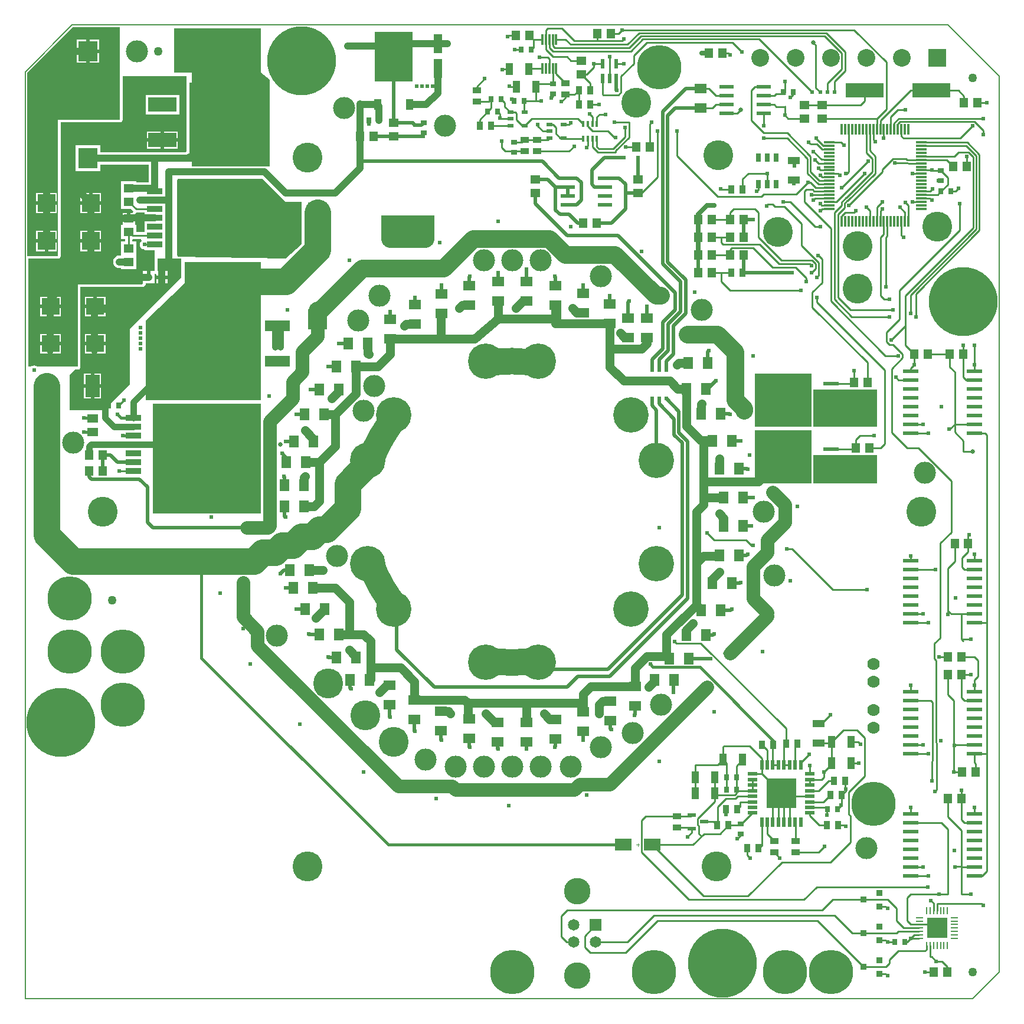
<source format=gtl>
%FSLAX23Y23*%
%MOIN*%
G70*
G01*
G75*
G04 Layer_Physical_Order=1*
G04 Layer_Color=255*
%ADD10C,0.150*%
%ADD11R,0.050X0.055*%
%ADD12R,0.118X0.118*%
%ADD13R,0.010X0.041*%
%ADD14R,0.041X0.010*%
%ADD15R,0.094X0.071*%
%ADD16R,0.035X0.049*%
%ADD17R,0.055X0.022*%
%ADD18R,0.022X0.055*%
%ADD19R,0.049X0.035*%
%ADD20R,0.033X0.024*%
%ADD21R,0.047X0.024*%
%ADD22R,0.012X0.035*%
%ADD23R,0.025X0.050*%
%ADD24R,0.063X0.012*%
%ADD25R,0.012X0.063*%
%ADD26R,0.055X0.065*%
%ADD27R,0.055X0.050*%
%ADD28R,0.087X0.024*%
%ADD29R,0.065X0.055*%
%ADD30R,0.037X0.035*%
%ADD31R,0.089X0.024*%
%ADD32R,0.102X0.094*%
%ADD33R,0.100X0.100*%
%ADD34R,0.050X0.110*%
%ADD35C,0.050*%
%ADD36R,0.037X0.035*%
%ADD37R,0.087X0.024*%
%ADD38R,0.100X0.100*%
%ADD39R,0.217X0.079*%
%ADD40R,0.160X0.080*%
%ADD41R,0.450X0.450*%
%ADD42R,0.110X0.115*%
%ADD43R,0.410X0.425*%
%ADD44R,0.085X0.036*%
%ADD45R,0.217X0.280*%
%ADD46R,0.039X0.063*%
%ADD47R,0.059X0.051*%
%ADD48R,0.079X0.126*%
%ADD49R,0.079X0.126*%
%ADD50R,0.140X0.060*%
%ADD51R,0.330X0.420*%
%ADD52R,0.022X0.057*%
%ADD53R,0.022X0.057*%
%ADD54R,0.081X0.024*%
%ADD55R,0.039X0.069*%
%ADD56R,0.069X0.039*%
%ADD57R,0.012X0.063*%
%ADD58R,0.031X0.033*%
%ADD59R,0.033X0.031*%
%ADD60C,0.020*%
%ADD61C,0.010*%
%ADD62C,0.040*%
%ADD63C,0.035*%
%ADD64C,0.100*%
%ADD65C,0.075*%
%ADD66C,0.050*%
%ADD67C,0.025*%
%ADD68C,0.015*%
%ADD69C,0.016*%
%ADD70C,0.004*%
%ADD71C,0.008*%
%ADD72R,0.169X0.169*%
%ADD73C,0.200*%
%ADD74C,0.150*%
%ADD75C,0.125*%
%ADD76C,0.250*%
%ADD77C,0.169*%
%ADD78C,0.070*%
%ADD79C,0.100*%
%ADD80C,0.390*%
%ADD81C,0.065*%
%ADD82R,0.065X0.065*%
%ADD83C,0.150*%
%ADD84C,0.024*%
%ADD85C,0.028*%
%ADD86C,0.034*%
%ADD87C,0.025*%
G36*
X-1837Y2440D02*
X-1840D01*
Y2036D01*
X-1841Y2036D01*
X-1844Y2033D01*
X-2325D01*
Y2070D01*
X-2465D01*
Y1925D01*
X-2325D01*
Y1962D01*
X-2053D01*
Y1862D01*
X-2122D01*
Y1867D01*
X-2207D01*
Y1787D01*
Y1713D01*
X-2154D01*
X-2140Y1699D01*
X-2143Y1689D01*
X-2155D01*
Y1667D01*
X-2130D01*
Y1683D01*
X-2122Y1690D01*
X-2122Y1690D01*
X-2076D01*
Y1677D01*
X-2068D01*
Y1670D01*
X-2018D01*
Y1650D01*
X-2068D01*
Y1643D01*
X-2076D01*
Y1593D01*
Y1580D01*
X-2122D01*
Y1623D01*
X-2130D01*
Y1623D01*
Y1625D01*
X-2130Y1630D01*
X-2130Y1630D01*
X-2130D01*
Y1647D01*
X-2200D01*
Y1630D01*
Y1630D01*
X-2200D01*
Y1630D01*
Y1630D01*
X-2200D01*
X-2200Y1625D01*
X-2201Y1623D01*
X-2207D01*
Y1543D01*
X-2185D01*
Y1527D01*
X-2207D01*
Y1448D01*
X-2218D01*
X-2227Y1447D01*
X-2236Y1444D01*
X-2243Y1438D01*
X-2249Y1431D01*
X-2252Y1422D01*
X-2253Y1413D01*
X-2252Y1404D01*
X-2249Y1395D01*
X-2243Y1388D01*
X-2236Y1382D01*
X-2227Y1379D01*
X-2218Y1378D01*
X-2207D01*
Y1373D01*
X-2122D01*
Y1447D01*
Y1527D01*
X-2145D01*
Y1537D01*
X-2142Y1540D01*
X-2096D01*
X-2093Y1530D01*
X-2094Y1529D01*
X-2099Y1524D01*
X-2101Y1517D01*
X-2102Y1510D01*
X-2101Y1503D01*
X-2099Y1496D01*
X-2094Y1491D01*
X-2089Y1486D01*
X-2082Y1484D01*
X-2076Y1483D01*
Y1477D01*
X-2017D01*
Y1367D01*
X-2018D01*
Y1360D01*
X-2020D01*
X-2025Y1360D01*
Y1360D01*
X-2025D01*
Y1360D01*
X-2042D01*
Y1325D01*
X-2052D01*
Y1315D01*
X-2085D01*
Y1293D01*
Y1293D01*
X-2085D01*
Y1293D01*
Y1293D01*
X-2085D01*
X-2085Y1290D01*
X-2089Y1286D01*
X-2452D01*
Y820D01*
X-2682D01*
X-2686Y824D01*
X-2693Y826D01*
X-2700Y827D01*
X-2707Y826D01*
X-2714Y824D01*
X-2718Y820D01*
X-2731D01*
Y1430D01*
X-2565D01*
X-2559Y1431D01*
X-2554Y1434D01*
X-2551Y1439D01*
X-2550Y1445D01*
Y2200D01*
X-2215D01*
X-2209Y2201D01*
X-2204Y2204D01*
X-2204Y2204D01*
X-2202D01*
Y2207D01*
X-2201Y2209D01*
X-2200Y2215D01*
Y2461D01*
X-1837D01*
Y2440D01*
D02*
G37*
G36*
X-1870Y1325D02*
X-2160Y1035D01*
Y720D01*
X-2305Y575D01*
X-2500D01*
Y775D01*
X-2470Y805D01*
X-2452D01*
X-2446Y806D01*
X-2441Y809D01*
X-2438Y814D01*
X-2437Y820D01*
Y1270D01*
X-2089D01*
X-2086Y1271D01*
X-2083Y1272D01*
X-2083Y1272D01*
X-2083D01*
X-2080Y1273D01*
X-2078Y1275D01*
Y1275D01*
X-2078D01*
X-2074Y1279D01*
X-2072Y1282D01*
X-2070Y1284D01*
Y1284D01*
X-2070Y1284D01*
X-2070Y1287D01*
X-2069Y1290D01*
Y1290D01*
X-2020D01*
Y1345D01*
X-2018D01*
X-2014Y1345D01*
X-2010Y1342D01*
Y1335D01*
X-1988D01*
Y1360D01*
X-1999D01*
X-2002Y1364D01*
X-2002Y1367D01*
Y1430D01*
X-1870D01*
Y1325D01*
D02*
G37*
G36*
X-1420Y2480D02*
X-1370Y2440D01*
Y1950D01*
X-1810D01*
Y2480D01*
X-1910D01*
Y2610D01*
Y2730D01*
X-1420D01*
Y2480D01*
D02*
G37*
G36*
X-2215Y2215D02*
X-2565D01*
Y1445D01*
X-2738D01*
Y2480D01*
X-2480Y2738D01*
X-2215D01*
Y2215D01*
D02*
G37*
G36*
X-1280Y1750D02*
X-1190D01*
Y1510D01*
X-1280Y1430D01*
X-1890Y1440D01*
Y1880D01*
X-1410D01*
X-1280Y1750D01*
D02*
G37*
G36*
X-1420Y630D02*
X-2070D01*
Y1080D01*
X-1850Y1290D01*
Y1410D01*
X-1420D01*
Y630D01*
D02*
G37*
G36*
X2060Y160D02*
X1700D01*
Y320D01*
X2060D01*
Y160D01*
D02*
G37*
G36*
X1690D02*
X1370D01*
Y460D01*
X1690D01*
Y160D01*
D02*
G37*
G36*
X-1420Y-10D02*
X-2030D01*
Y610D01*
X-1420D01*
Y-10D01*
D02*
G37*
G36*
X1690Y520D02*
Y480D01*
X1370D01*
Y780D01*
X1690D01*
Y520D01*
D02*
G37*
G36*
X2060Y480D02*
X1700D01*
Y690D01*
X2060D01*
Y480D01*
D02*
G37*
%LPC*%
G36*
X-2295Y1150D02*
X-2344D01*
Y1105D01*
X-2295D01*
Y1150D01*
D02*
G37*
G36*
X-2616Y1215D02*
X-2665D01*
Y1170D01*
X-2616D01*
Y1215D01*
D02*
G37*
G36*
X-2547Y1150D02*
X-2596D01*
Y1105D01*
X-2547D01*
Y1150D01*
D02*
G37*
G36*
X-2364D02*
X-2413D01*
Y1105D01*
X-2364D01*
Y1150D01*
D02*
G37*
G36*
X-2547Y1215D02*
X-2596D01*
Y1170D01*
X-2547D01*
Y1215D01*
D02*
G37*
G36*
X-1946Y1315D02*
X-1968D01*
Y1290D01*
X-1946D01*
Y1315D01*
D02*
G37*
G36*
X-1988D02*
X-2010D01*
Y1290D01*
X-1988D01*
Y1315D01*
D02*
G37*
G36*
X-2364Y1215D02*
X-2413D01*
Y1170D01*
X-2364D01*
Y1215D01*
D02*
G37*
G36*
X-2295D02*
X-2344D01*
Y1170D01*
X-2295D01*
Y1215D01*
D02*
G37*
G36*
X-2616Y1150D02*
X-2665D01*
Y1105D01*
X-2616D01*
Y1150D01*
D02*
G37*
G36*
X-2323Y780D02*
X-2360D01*
Y720D01*
X-2323D01*
Y780D01*
D02*
G37*
G36*
X-2616Y940D02*
X-2665D01*
Y895D01*
X-2616D01*
Y940D01*
D02*
G37*
G36*
X-2547D02*
X-2596D01*
Y895D01*
X-2547D01*
Y940D01*
D02*
G37*
G36*
X-2380Y700D02*
X-2417D01*
Y640D01*
X-2380D01*
Y700D01*
D02*
G37*
G36*
X-2323D02*
X-2360D01*
Y640D01*
X-2323D01*
Y700D01*
D02*
G37*
G36*
X-2380Y780D02*
X-2417D01*
Y720D01*
X-2380D01*
Y780D01*
D02*
G37*
G36*
X-2547Y1005D02*
X-2596D01*
Y960D01*
X-2547D01*
Y1005D01*
D02*
G37*
G36*
X-2364D02*
X-2413D01*
Y960D01*
X-2364D01*
Y1005D01*
D02*
G37*
G36*
X-2295D02*
X-2344D01*
Y960D01*
X-2295D01*
Y1005D01*
D02*
G37*
G36*
X-2364Y940D02*
X-2413D01*
Y895D01*
X-2364D01*
Y940D01*
D02*
G37*
G36*
X-2295D02*
X-2344D01*
Y895D01*
X-2295D01*
Y940D01*
D02*
G37*
G36*
X-2616Y1005D02*
X-2665D01*
Y960D01*
X-2616D01*
Y1005D01*
D02*
G37*
G36*
X-2322Y1803D02*
X-2370D01*
Y1755D01*
X-2322D01*
Y1803D01*
D02*
G37*
G36*
X-1985Y2090D02*
X-2062D01*
Y2053D01*
X-1985D01*
Y2090D01*
D02*
G37*
G36*
X-1888D02*
X-1965D01*
Y2053D01*
X-1888D01*
Y2090D01*
D02*
G37*
G36*
X-2390Y1803D02*
X-2438D01*
Y1755D01*
X-2390D01*
Y1803D01*
D02*
G37*
G36*
X-2322Y1735D02*
X-2370D01*
Y1688D01*
X-2322D01*
Y1735D01*
D02*
G37*
G36*
X-2640Y1803D02*
X-2688D01*
Y1755D01*
X-2640D01*
Y1803D01*
D02*
G37*
G36*
X-2572D02*
X-2620D01*
Y1755D01*
X-2572D01*
Y1803D01*
D02*
G37*
G36*
X-2332Y2592D02*
X-2385D01*
Y2537D01*
X-2332D01*
Y2592D01*
D02*
G37*
G36*
X-2405Y2668D02*
X-2457D01*
Y2612D01*
X-2405D01*
Y2668D01*
D02*
G37*
G36*
X-2332D02*
X-2385D01*
Y2612D01*
X-2332D01*
Y2668D01*
D02*
G37*
G36*
X-2405Y2592D02*
X-2457D01*
Y2537D01*
X-2405D01*
Y2592D01*
D02*
G37*
G36*
X-1985Y2148D02*
X-2062D01*
Y2110D01*
X-1985D01*
Y2148D01*
D02*
G37*
G36*
X-1888D02*
X-1965D01*
Y2110D01*
X-1888D01*
Y2148D01*
D02*
G37*
G36*
X-1880Y2355D02*
X-2070D01*
Y2245D01*
X-1880D01*
Y2355D01*
D02*
G37*
G36*
X-2390Y1520D02*
X-2438D01*
Y1472D01*
X-2390D01*
Y1520D01*
D02*
G37*
G36*
X-2322D02*
X-2370D01*
Y1472D01*
X-2322D01*
Y1520D01*
D02*
G37*
G36*
X-2640Y1587D02*
X-2688D01*
Y1540D01*
X-2640D01*
Y1587D01*
D02*
G37*
G36*
X-2572Y1520D02*
X-2620D01*
Y1472D01*
X-2572D01*
Y1520D01*
D02*
G37*
G36*
X-2062Y1360D02*
X-2085D01*
Y1335D01*
X-2062D01*
Y1360D01*
D02*
G37*
G36*
X-1946D02*
X-1968D01*
Y1335D01*
X-1946D01*
Y1360D01*
D02*
G37*
G36*
X-2640Y1520D02*
X-2688D01*
Y1472D01*
X-2640D01*
Y1520D01*
D02*
G37*
G36*
Y1735D02*
X-2688D01*
Y1688D01*
X-2640D01*
Y1735D01*
D02*
G37*
G36*
X-2572D02*
X-2620D01*
Y1688D01*
X-2572D01*
Y1735D01*
D02*
G37*
G36*
X-2390D02*
X-2438D01*
Y1688D01*
X-2390D01*
Y1735D01*
D02*
G37*
G36*
X-2175Y1689D02*
X-2200D01*
Y1667D01*
X-2175D01*
Y1689D01*
D02*
G37*
G36*
X-2572Y1587D02*
X-2620D01*
Y1540D01*
X-2572D01*
Y1587D01*
D02*
G37*
G36*
X-2390D02*
X-2438D01*
Y1540D01*
X-2390D01*
Y1587D01*
D02*
G37*
G36*
X-2322D02*
X-2370D01*
Y1540D01*
X-2322D01*
Y1587D01*
D02*
G37*
%LPD*%
D10*
X-651Y546D02*
G03*
X-799Y291I651J-547D01*
G01*
X-651Y546D02*
G03*
X-799Y291I651J-547D01*
G01*
X-798Y-291D02*
G03*
X-651Y-546I798J291D01*
G01*
X-148Y-837D02*
G03*
X148Y-837I148J837D01*
G01*
X148Y839D02*
G03*
X-148Y839I-148J-839D01*
G01*
X-2630Y-130D02*
X-2480Y-280D01*
X-1090Y-100D02*
X-1050D01*
X-1130Y-140D02*
X-1090Y-100D01*
X-2630Y-130D02*
Y710D01*
X-1460Y-280D02*
X-1410Y-230D01*
X-1340D01*
X-1300Y-190D01*
X-1240D01*
X-1190Y-140D02*
X-1130D01*
X-1240Y-190D02*
X-1190Y-140D01*
X-930Y20D02*
Y159D01*
X-1050Y-100D02*
X-930Y20D01*
X-1560Y1300D02*
X-1280D01*
X-1100Y1480D01*
Y1692D01*
X-2480Y-280D02*
X-1756D01*
X-1460D01*
X-930Y159D02*
X-799Y291D01*
D11*
X703Y2060D02*
D03*
X777D02*
D03*
X1933Y730D02*
D03*
X1943Y360D02*
D03*
X1113Y2590D02*
D03*
X1187D02*
D03*
X97Y2690D02*
D03*
X23D02*
D03*
X2017Y360D02*
D03*
X-857Y2120D02*
D03*
X-783D02*
D03*
X2463Y-920D02*
D03*
X2537D02*
D03*
X2500Y-180D02*
D03*
X2574D02*
D03*
X2473Y890D02*
D03*
X2547D02*
D03*
X2617Y-1470D02*
D03*
X2543D02*
D03*
X2273Y890D02*
D03*
X2347D02*
D03*
X2383Y-2600D02*
D03*
X2457D02*
D03*
X2007Y730D02*
D03*
X1127Y1650D02*
D03*
X1233Y1550D02*
D03*
X1307D02*
D03*
X1053Y1650D02*
D03*
X1127Y1550D02*
D03*
X1053D02*
D03*
Y1450D02*
D03*
Y1350D02*
D03*
X1233Y1450D02*
D03*
X1307D02*
D03*
X1127D02*
D03*
Y1350D02*
D03*
X-2313Y230D02*
D03*
X-2387D02*
D03*
X2463Y-1620D02*
D03*
X2537Y-820D02*
D03*
X2463D02*
D03*
X2537Y-1620D02*
D03*
X2553Y2310D02*
D03*
X2627D02*
D03*
X2493Y1950D02*
D03*
X2567D02*
D03*
X1307Y1650D02*
D03*
X1233D02*
D03*
X-2313Y320D02*
D03*
X-2387D02*
D03*
X557Y2700D02*
D03*
X483D02*
D03*
X403Y1630D02*
D03*
X477D02*
D03*
D12*
X2400Y-2350D02*
D03*
D13*
X2341Y-2252D02*
D03*
X2361D02*
D03*
X2380D02*
D03*
X2400D02*
D03*
X2420D02*
D03*
X2439D02*
D03*
X2459D02*
D03*
Y-2448D02*
D03*
X2439D02*
D03*
X2420D02*
D03*
X2400D02*
D03*
X2380D02*
D03*
X2361D02*
D03*
X2341D02*
D03*
D14*
X2498Y-2291D02*
D03*
Y-2311D02*
D03*
Y-2330D02*
D03*
Y-2350D02*
D03*
Y-2370D02*
D03*
Y-2389D02*
D03*
Y-2409D02*
D03*
X2302D02*
D03*
Y-2389D02*
D03*
Y-2370D02*
D03*
Y-2350D02*
D03*
Y-2330D02*
D03*
Y-2311D02*
D03*
Y-2291D02*
D03*
D15*
X791Y-1880D02*
D03*
X629D02*
D03*
D16*
X1817Y-1520D02*
D03*
X1883D02*
D03*
X1476Y-1314D02*
D03*
X1410D02*
D03*
X1327Y-1900D02*
D03*
X1393D02*
D03*
X1157Y-1770D02*
D03*
X1223D02*
D03*
X1273Y-1680D02*
D03*
X1207D02*
D03*
X1547Y-1310D02*
D03*
X1613D02*
D03*
X1797Y-1600D02*
D03*
X1863D02*
D03*
X1843Y-1770D02*
D03*
X1777D02*
D03*
X1237Y1820D02*
D03*
X1303D02*
D03*
X1237Y1350D02*
D03*
X1303D02*
D03*
X377Y2300D02*
D03*
X443D02*
D03*
X-117Y2180D02*
D03*
X-183D02*
D03*
X377Y2380D02*
D03*
X443D02*
D03*
D17*
X1359Y-1700D02*
D03*
Y-1669D02*
D03*
Y-1637D02*
D03*
Y-1606D02*
D03*
Y-1574D02*
D03*
Y-1543D02*
D03*
Y-1511D02*
D03*
Y-1480D02*
D03*
X1681Y-1480D02*
D03*
Y-1511D02*
D03*
Y-1543D02*
D03*
Y-1574D02*
D03*
Y-1606D02*
D03*
Y-1637D02*
D03*
Y-1669D02*
D03*
Y-1700D02*
D03*
D18*
X1410Y-1429D02*
D03*
X1441D02*
D03*
X1473D02*
D03*
X1504D02*
D03*
X1536D02*
D03*
X1567D02*
D03*
X1599D02*
D03*
X1630D02*
D03*
X1630Y-1751D02*
D03*
X1599D02*
D03*
X1567D02*
D03*
X1536D02*
D03*
X1504D02*
D03*
X1473D02*
D03*
X1441D02*
D03*
X1410D02*
D03*
D19*
X1480Y-1923D02*
D03*
Y-1857D02*
D03*
X1600D02*
D03*
Y-1923D02*
D03*
X140Y2103D02*
D03*
Y2037D02*
D03*
X70Y2037D02*
D03*
Y2103D02*
D03*
X930Y-1783D02*
D03*
Y-1717D02*
D03*
X-200Y2317D02*
D03*
Y2383D02*
D03*
X300Y2357D02*
D03*
Y2423D02*
D03*
D20*
X210Y2187D02*
D03*
Y2150D02*
D03*
Y2113D02*
D03*
X290D02*
D03*
Y2187D02*
D03*
X70Y2257D02*
D03*
Y2183D02*
D03*
X-10D02*
D03*
Y2220D02*
D03*
Y2257D02*
D03*
D21*
X1015Y-1713D02*
D03*
Y-1787D02*
D03*
X1085Y-1750D02*
D03*
D22*
X428Y2193D02*
D03*
X454D02*
D03*
Y2107D02*
D03*
X428D02*
D03*
X403D02*
D03*
X479D02*
D03*
Y2193D02*
D03*
X403D02*
D03*
D23*
X1490Y2000D02*
D03*
X1440D02*
D03*
X1390D02*
D03*
X1490Y1850D02*
D03*
X1440D02*
D03*
X1390D02*
D03*
D24*
X1790Y1969D02*
D03*
Y1989D02*
D03*
Y2048D02*
D03*
Y2067D02*
D03*
Y1713D02*
D03*
Y1752D02*
D03*
X2310Y1989D02*
D03*
X1790Y1831D02*
D03*
X2310Y1752D02*
D03*
Y1772D02*
D03*
Y1792D02*
D03*
Y1811D02*
D03*
Y1910D02*
D03*
Y1930D02*
D03*
Y1969D02*
D03*
Y2008D02*
D03*
Y2067D02*
D03*
Y2087D02*
D03*
X1790Y1733D02*
D03*
Y1772D02*
D03*
Y1792D02*
D03*
Y1811D02*
D03*
Y1851D02*
D03*
Y1870D02*
D03*
Y1890D02*
D03*
Y1910D02*
D03*
Y2087D02*
D03*
Y1949D02*
D03*
Y2028D02*
D03*
X2310D02*
D03*
Y2048D02*
D03*
X1790Y2008D02*
D03*
X2310Y1733D02*
D03*
Y1831D02*
D03*
Y1851D02*
D03*
Y1870D02*
D03*
Y1890D02*
D03*
Y1949D02*
D03*
X1790Y1930D02*
D03*
X2310Y1713D02*
D03*
D25*
X2139Y2160D02*
D03*
X249Y2667D02*
D03*
X230Y2667D02*
D03*
X210Y2667D02*
D03*
X171D02*
D03*
X230Y2505D02*
D03*
X210D02*
D03*
X190D02*
D03*
X171D02*
D03*
X190Y2667D02*
D03*
X1863Y1640D02*
D03*
X2020D02*
D03*
X1922D02*
D03*
X1942D02*
D03*
X2060D02*
D03*
X2080D02*
D03*
X2099D02*
D03*
X2119D02*
D03*
X1902Y2160D02*
D03*
X2001D02*
D03*
X2020D02*
D03*
X2040D02*
D03*
X2060D02*
D03*
X2080D02*
D03*
X2099D02*
D03*
X2158D02*
D03*
X2178D02*
D03*
X2198D02*
D03*
X1981D02*
D03*
X1961D02*
D03*
X1922D02*
D03*
X1902Y1640D02*
D03*
X1942Y2160D02*
D03*
X1883Y1640D02*
D03*
X1863Y2160D02*
D03*
X1883D02*
D03*
X2178Y1640D02*
D03*
X2158D02*
D03*
X2139D02*
D03*
X2217Y2160D02*
D03*
X2119D02*
D03*
X1961Y1640D02*
D03*
X1981D02*
D03*
X2001D02*
D03*
X2040D02*
D03*
X2217D02*
D03*
X2237D02*
D03*
X2198D02*
D03*
X2237Y2160D02*
D03*
D26*
X888Y-827D02*
D03*
X998D02*
D03*
X986Y-696D02*
D03*
X-1060Y-550D02*
D03*
X-1175Y150D02*
D03*
X-980Y691D02*
D03*
X1067Y554D02*
D03*
X1195Y-80D02*
D03*
X1131Y-402D02*
D03*
X805Y-950D02*
D03*
X-881Y-821D02*
D03*
X-1145Y-330D02*
D03*
X-1121Y399D02*
D03*
X-815Y950D02*
D03*
X995Y840D02*
D03*
X1170Y245D02*
D03*
X1096Y-696D02*
D03*
X1241Y-402D02*
D03*
X915Y-950D02*
D03*
X-1170Y-550D02*
D03*
X-991Y-821D02*
D03*
X-1285Y150D02*
D03*
X-1255Y-330D02*
D03*
X-1090Y691D02*
D03*
X-1231Y399D02*
D03*
X-925Y950D02*
D03*
X1177Y554D02*
D03*
X1105Y840D02*
D03*
X1305Y-80D02*
D03*
X1280Y245D02*
D03*
X1242Y403D02*
D03*
X1096Y695D02*
D03*
X-991Y821D02*
D03*
X-1171Y550D02*
D03*
X-1275Y280D02*
D03*
X-1285Y30D02*
D03*
X-1089Y-691D02*
D03*
X-915Y-950D02*
D03*
X1179Y-554D02*
D03*
X1281Y-244D02*
D03*
X1132Y403D02*
D03*
X986Y695D02*
D03*
X-881Y821D02*
D03*
X-1061Y550D02*
D03*
X-1165Y280D02*
D03*
X-1175Y30D02*
D03*
X-1124Y-430D02*
D03*
X-979Y-691D02*
D03*
X-805Y-950D02*
D03*
X1069Y-554D02*
D03*
X1171Y-244D02*
D03*
X-1234Y-430D02*
D03*
X1195Y82D02*
D03*
X1305D02*
D03*
D27*
X130Y1803D02*
D03*
X710D02*
D03*
X130Y1877D02*
D03*
X1650Y2223D02*
D03*
Y2297D02*
D03*
X710Y1877D02*
D03*
X-2165Y1413D02*
D03*
Y1753D02*
D03*
Y1827D02*
D03*
X-670Y2123D02*
D03*
Y2197D02*
D03*
X-2165Y1487D02*
D03*
Y1583D02*
D03*
Y1657D02*
D03*
X1750Y2297D02*
D03*
Y2223D02*
D03*
X390Y2547D02*
D03*
Y2473D02*
D03*
D28*
X1802Y725D02*
D03*
X1598Y575D02*
D03*
Y625D02*
D03*
Y675D02*
D03*
Y725D02*
D03*
X1802Y625D02*
D03*
Y675D02*
D03*
Y255D02*
D03*
Y305D02*
D03*
X1598Y355D02*
D03*
Y305D02*
D03*
Y255D02*
D03*
Y205D02*
D03*
X1802Y355D02*
D03*
D29*
X554Y-1068D02*
D03*
X-82Y-1190D02*
D03*
X-692Y-980D02*
D03*
X-550Y1060D02*
D03*
X82Y1190D02*
D03*
X655Y985D02*
D03*
X244Y-1171D02*
D03*
X-401Y-1126D02*
D03*
X-243Y1167D02*
D03*
X401Y1126D02*
D03*
X554Y-1178D02*
D03*
X-82Y-1300D02*
D03*
X244Y-1281D02*
D03*
X-692Y-1090D02*
D03*
X-401Y-1236D02*
D03*
X-550Y1170D02*
D03*
X82Y1300D02*
D03*
X-243Y1277D02*
D03*
X655Y1095D02*
D03*
X401Y1236D02*
D03*
X760Y1095D02*
D03*
X553Y1176D02*
D03*
X244Y1279D02*
D03*
X-80Y1300D02*
D03*
X-400Y1232D02*
D03*
X-690Y1088D02*
D03*
X-551Y-1173D02*
D03*
X-243Y-1278D02*
D03*
X82Y-1299D02*
D03*
X402Y-1238D02*
D03*
X695Y-1095D02*
D03*
X760Y985D02*
D03*
X553Y1066D02*
D03*
X244Y1169D02*
D03*
X-80Y1190D02*
D03*
X-400Y1122D02*
D03*
X-690Y978D02*
D03*
X-551Y-1063D02*
D03*
X-243Y-1168D02*
D03*
X82Y-1189D02*
D03*
X402Y-1128D02*
D03*
X695Y-985D02*
D03*
X1065Y2390D02*
D03*
Y2280D02*
D03*
D30*
X2076Y-2533D02*
D03*
Y-2343D02*
D03*
Y-2153D02*
D03*
D31*
X2250Y-1015D02*
D03*
Y-1065D02*
D03*
Y-1115D02*
D03*
Y-1165D02*
D03*
Y-1215D02*
D03*
Y-1265D02*
D03*
Y-1315D02*
D03*
Y-1365D02*
D03*
X2610Y-1015D02*
D03*
Y-1065D02*
D03*
Y-1115D02*
D03*
Y-1165D02*
D03*
Y-1215D02*
D03*
Y-1265D02*
D03*
Y-1315D02*
D03*
Y-1365D02*
D03*
X2250Y-1705D02*
D03*
Y-1755D02*
D03*
Y-1805D02*
D03*
Y-1855D02*
D03*
Y-1905D02*
D03*
Y-1955D02*
D03*
Y-2005D02*
D03*
Y-2055D02*
D03*
X2610Y-1705D02*
D03*
Y-1755D02*
D03*
Y-1805D02*
D03*
Y-1855D02*
D03*
Y-1905D02*
D03*
Y-1955D02*
D03*
Y-2005D02*
D03*
Y-2055D02*
D03*
Y-625D02*
D03*
Y-575D02*
D03*
Y-525D02*
D03*
Y-475D02*
D03*
Y-425D02*
D03*
Y-375D02*
D03*
Y-325D02*
D03*
Y-275D02*
D03*
X2250Y-625D02*
D03*
Y-575D02*
D03*
Y-525D02*
D03*
Y-475D02*
D03*
Y-425D02*
D03*
Y-375D02*
D03*
Y-325D02*
D03*
Y-275D02*
D03*
X2610Y445D02*
D03*
Y495D02*
D03*
Y545D02*
D03*
Y595D02*
D03*
Y645D02*
D03*
Y695D02*
D03*
Y745D02*
D03*
Y795D02*
D03*
X2250Y445D02*
D03*
Y495D02*
D03*
Y545D02*
D03*
Y595D02*
D03*
Y645D02*
D03*
Y695D02*
D03*
Y745D02*
D03*
Y795D02*
D03*
D32*
X-2354Y1160D02*
D03*
X-2606D02*
D03*
Y950D02*
D03*
X-2354D02*
D03*
D33*
X-2630Y1745D02*
D03*
X-2380D02*
D03*
Y1530D02*
D03*
X-2630D02*
D03*
X2400Y2565D02*
D03*
D34*
X-420Y2645D02*
D03*
Y2505D02*
D03*
D35*
X2600Y-2600D02*
D03*
X-2000Y2600D02*
D03*
X2600Y2450D02*
D03*
X-2260Y-500D02*
D03*
X1473Y-1637D02*
D03*
X1567D02*
D03*
X1570Y-1541D02*
D03*
X1471Y-1541D02*
D03*
D36*
X2076Y-2607D02*
D03*
Y-2417D02*
D03*
X1984Y-2570D02*
D03*
Y-2380D02*
D03*
Y-2190D02*
D03*
X2076Y-2227D02*
D03*
D37*
X1802Y575D02*
D03*
Y205D02*
D03*
D38*
X-490Y1375D02*
D03*
Y1625D02*
D03*
X-690D02*
D03*
Y1375D02*
D03*
D39*
X2367Y2380D02*
D03*
X1993D02*
D03*
D40*
X-1975Y2100D02*
D03*
Y2300D02*
D03*
D41*
X-1600Y2200D02*
D03*
D42*
X-2395Y1997D02*
D03*
Y2602D02*
D03*
X-1100Y1692D02*
D03*
Y1087D02*
D03*
D43*
X-1690Y1660D02*
D03*
X-1810Y380D02*
D03*
D44*
X-2018Y1810D02*
D03*
Y1760D02*
D03*
Y1710D02*
D03*
Y1660D02*
D03*
Y1610D02*
D03*
Y1560D02*
D03*
Y1510D02*
D03*
X-2138Y480D02*
D03*
Y530D02*
D03*
Y430D02*
D03*
Y380D02*
D03*
Y330D02*
D03*
Y280D02*
D03*
Y230D02*
D03*
D45*
X-670Y2570D02*
D03*
D46*
X-760Y2300D02*
D03*
X-580D02*
D03*
D47*
X-2370Y527D02*
D03*
Y453D02*
D03*
D48*
X-2630Y710D02*
D03*
D49*
X-2370D02*
D03*
D50*
X-1325Y850D02*
D03*
Y1050D02*
D03*
D51*
X-1770Y950D02*
D03*
D52*
X513Y2448D02*
D03*
D53*
X550Y2448D02*
D03*
X587D02*
D03*
Y2532D02*
D03*
X513D02*
D03*
D54*
X1210Y2400D02*
D03*
X1420Y2250D02*
D03*
Y2350D02*
D03*
Y2400D02*
D03*
X1210Y2250D02*
D03*
X1420Y2300D02*
D03*
X1210D02*
D03*
Y2350D02*
D03*
X525Y1735D02*
D03*
X315Y1885D02*
D03*
Y1785D02*
D03*
Y1735D02*
D03*
X525Y1885D02*
D03*
X315Y1835D02*
D03*
X525D02*
D03*
Y1785D02*
D03*
D55*
X1302Y-1399D02*
D03*
X1192D02*
D03*
X1145Y-1500D02*
D03*
X1035D02*
D03*
X1145Y-1590D02*
D03*
X1035D02*
D03*
X1915Y-1300D02*
D03*
X1805D02*
D03*
X1915Y-1420D02*
D03*
X1805D02*
D03*
X95Y2500D02*
D03*
X-15D02*
D03*
X135Y2400D02*
D03*
X25D02*
D03*
D56*
X1730Y-1305D02*
D03*
Y-1195D02*
D03*
X1590Y1985D02*
D03*
Y1875D02*
D03*
D57*
X249Y2505D02*
D03*
D58*
X2218Y-2430D02*
D03*
X2162D02*
D03*
X2422Y1810D02*
D03*
X2478D02*
D03*
X1838Y-1680D02*
D03*
X1782D02*
D03*
X52Y2610D02*
D03*
X108D02*
D03*
X68Y2320D02*
D03*
X12D02*
D03*
X-118Y2330D02*
D03*
X-62D02*
D03*
X1268Y-1570D02*
D03*
X1212D02*
D03*
X1268Y-1500D02*
D03*
X1212D02*
D03*
X1532Y2370D02*
D03*
X1588D02*
D03*
X-2278Y600D02*
D03*
X-2222D02*
D03*
X-82Y2260D02*
D03*
X-138D02*
D03*
X-808Y2210D02*
D03*
X-752D02*
D03*
D59*
X2420Y1928D02*
D03*
Y1872D02*
D03*
X-500Y2142D02*
D03*
Y2198D02*
D03*
X10Y2088D02*
D03*
Y2032D02*
D03*
X230Y2362D02*
D03*
Y2418D02*
D03*
X1290Y-1762D02*
D03*
Y-1818D02*
D03*
D60*
X-513Y2185D02*
X-500Y2198D01*
X-550Y2185D02*
X-513D01*
X-560Y2195D02*
X-550Y2185D01*
X-560Y2195D02*
Y2197D01*
X-808Y2191D02*
X-807Y2190D01*
X-808Y2191D02*
Y2210D01*
X1140Y-1129D02*
X1141D01*
X315Y1885D02*
X365D01*
X265D02*
X315D01*
X-860Y1980D02*
X170D01*
X920Y1140D02*
Y1238D01*
X520Y2000D02*
X630D01*
X450Y1930D02*
X520Y2000D01*
X450Y1850D02*
Y1930D01*
Y1850D02*
X465Y1835D01*
X525D01*
X640Y1803D02*
X710D01*
X605Y1885D02*
X640Y1850D01*
X525Y1885D02*
X605D01*
X315Y1735D02*
X365D01*
X390Y1760D01*
Y1860D01*
X365Y1885D02*
X390Y1860D01*
X315Y1785D02*
Y1835D01*
X170Y1980D02*
X265Y1885D01*
X130Y1877D02*
X203D01*
X245Y1835D01*
X315D01*
X130Y1740D02*
Y1803D01*
X850Y1400D02*
X950Y1300D01*
Y1130D02*
Y1300D01*
X980Y1120D02*
Y1310D01*
X853Y1072D02*
X920Y1140D01*
X853Y923D02*
Y1072D01*
X790Y860D02*
X853Y923D01*
X790Y800D02*
Y860D01*
X830D02*
X880Y910D01*
Y1060D01*
X870Y850D02*
X910Y890D01*
Y1050D01*
X790Y600D02*
Y640D01*
Y600D02*
X815Y575D01*
Y291D02*
Y575D01*
X830Y611D02*
X916Y525D01*
X830Y611D02*
Y640D01*
X870Y800D02*
Y850D01*
Y640D02*
X943Y567D01*
X916Y434D02*
Y525D01*
Y434D02*
X960Y390D01*
X540Y-890D02*
X960Y-470D01*
X943Y447D02*
Y567D01*
Y447D02*
X993Y397D01*
X550Y-930D02*
X993Y-487D01*
X-1300Y330D02*
X-1275Y305D01*
Y280D02*
Y305D01*
X1105Y905D02*
X1110Y910D01*
X1105Y840D02*
Y905D01*
X1134Y-696D02*
X1140Y-690D01*
X1096Y-696D02*
X1134D01*
X910Y-1020D02*
Y-955D01*
X998Y-827D02*
X1117D01*
X960Y-470D02*
Y390D01*
X201Y-890D02*
X540D01*
X148Y-837D02*
X201Y-890D01*
X-652Y-778D02*
Y-547D01*
Y-778D02*
X-440Y-990D01*
X310D01*
X370Y-930D01*
X550D01*
X993Y-487D02*
Y397D01*
X830Y800D02*
Y860D01*
X880Y1060D02*
X950Y1130D01*
X760Y1095D02*
Y1160D01*
X655Y1095D02*
Y1185D01*
X660Y1190D01*
X910Y1050D02*
X980Y1120D01*
X1307Y1350D02*
X1580D01*
X1307Y1650D02*
X1360D01*
X240Y1330D02*
X244Y1326D01*
Y1279D02*
Y1326D01*
X400Y1280D02*
X401Y1279D01*
Y1236D02*
Y1279D01*
X550Y1220D02*
X553Y1217D01*
Y1176D02*
Y1217D01*
X1105Y695D02*
X1150Y740D01*
X1096Y695D02*
X1105D01*
X1226Y554D02*
X1230Y550D01*
X1177Y554D02*
X1226D01*
X1325Y245D02*
X1330Y240D01*
X1280Y245D02*
X1325D01*
X1287Y403D02*
X1290Y400D01*
X1242Y403D02*
X1287D01*
X1358Y82D02*
X1360Y80D01*
X1305Y82D02*
X1358D01*
X1326Y-244D02*
X1330Y-240D01*
X1281Y-244D02*
X1326D01*
X1305Y-80D02*
X1350D01*
X1288Y-402D02*
X1290Y-400D01*
X1241Y-402D02*
X1288D01*
X1236Y-554D02*
X1240Y-550D01*
X1179Y-554D02*
X1236D01*
X690Y-1150D02*
X695Y-1145D01*
Y-1095D01*
X554Y-1224D02*
X560Y-1230D01*
X554Y-1224D02*
Y-1178D01*
X400Y-1290D02*
X402Y-1288D01*
Y-1238D01*
X240Y-1330D02*
X244Y-1326D01*
Y-1281D01*
X80Y-1340D02*
X82Y-1338D01*
Y-1299D01*
X-82Y-1338D02*
X-80Y-1340D01*
X-82Y-1338D02*
Y-1300D01*
X-243Y-1327D02*
X-240Y-1330D01*
X-243Y-1327D02*
Y-1278D01*
X-401Y-1289D02*
X-400Y-1290D01*
X-401Y-1289D02*
Y-1236D01*
X-551Y-1239D02*
X-550Y-1240D01*
X-551Y-1239D02*
Y-1173D01*
X-692Y-1158D02*
X-690Y-1160D01*
X-692Y-1158D02*
Y-1090D01*
X-915Y-995D02*
X-910Y-1000D01*
X-915Y-995D02*
Y-950D01*
X-1040Y-820D02*
X-1039Y-821D01*
X-991D01*
X-1150Y-690D02*
X-1149Y-691D01*
X-1089D01*
X-1220Y-550D02*
X-1220Y-550D01*
X-1170D01*
X-1280Y-430D02*
X-1280Y-430D01*
X-1234D01*
X-1310Y-350D02*
X-1290Y-330D01*
X-1255D01*
X-1285Y-25D02*
X-1280Y-30D01*
X-1285Y-25D02*
Y30D01*
X-1290Y200D02*
X-1285Y195D01*
Y150D02*
Y195D01*
X-1279Y399D02*
X-1231D01*
X-1220Y550D02*
X-1220Y550D01*
X-1171D01*
X-1140Y690D02*
X-1139Y691D01*
X-1090D01*
X-1040Y820D02*
X-1039Y821D01*
X-991D01*
X-980Y950D02*
X-925D01*
X-690Y1130D02*
X-690Y1130D01*
X-690Y1088D02*
Y1130D01*
X-550Y1210D02*
X-550Y1210D01*
Y1170D02*
Y1210D01*
X-400Y1280D02*
X-400Y1280D01*
Y1232D02*
Y1280D01*
X-243Y1327D02*
X-240Y1330D01*
X-243Y1277D02*
Y1327D01*
X-80Y1300D02*
Y1350D01*
X80Y1302D02*
Y1370D01*
X1053Y1350D02*
Y1450D01*
X1307Y1350D02*
Y1450D01*
Y1550D02*
Y1650D01*
X-2313Y230D02*
Y320D01*
X-2270D01*
X-2230Y280D01*
X-2138D01*
X-670Y2197D02*
Y2471D01*
Y2197D02*
X-560D01*
X-857Y2120D02*
Y2201D01*
X-2375Y185D02*
X-2105D01*
X-2387Y197D02*
Y230D01*
X-2105Y185D02*
X-2060Y140D01*
X-2387Y197D02*
X-2375Y185D01*
X877Y1413D02*
X980Y1310D01*
X130Y1740D02*
X310Y1560D01*
X598D01*
X920Y1238D01*
X477Y1630D02*
X560D01*
X640Y1710D01*
Y1850D01*
X370Y1630D02*
X403D01*
X320Y1680D02*
X370Y1630D01*
X270Y1680D02*
X320D01*
X245Y1705D02*
X270Y1680D01*
X245Y1705D02*
Y1835D01*
X980Y2390D02*
X1065D01*
X877Y2237D02*
X920Y2280D01*
X1065D01*
X850Y2260D02*
X980Y2390D01*
X587Y2383D02*
X590Y2380D01*
X587Y2383D02*
Y2448D01*
X710Y1877D02*
Y2000D01*
X-2060Y-60D02*
Y140D01*
Y-60D02*
X-2030Y-90D01*
X-1500D01*
X850Y1400D02*
Y2260D01*
X877Y1413D02*
Y2237D01*
X-670Y2123D02*
X-503D01*
X-785D02*
X-670D01*
D61*
X2420Y1928D02*
X2461Y1887D01*
Y1849D02*
Y1887D01*
X2422Y1810D02*
X2461Y1849D01*
X1910Y1140D02*
X2150D01*
X1800Y1190D02*
X2109Y881D01*
X2472Y467D02*
X2500Y495D01*
X2469Y467D02*
X2472D01*
X2120Y-2430D02*
X2162D01*
X2330Y-2600D02*
X2383D01*
X2220Y943D02*
Y1050D01*
Y943D02*
X2273Y890D01*
X-2099Y1897D02*
X-2098D01*
X1636Y1505D02*
Y1628D01*
Y1505D02*
X1732Y1409D01*
X1714Y1375D02*
Y1400D01*
X1695Y1420D02*
X1714Y1400D01*
X1520Y1420D02*
X1695D01*
X1538Y1725D02*
X1636Y1628D01*
X1484Y1725D02*
X1538D01*
X1472Y1737D02*
X1484Y1725D01*
X2410Y-2160D02*
X2463D01*
X2250D02*
X2410D01*
X2380Y-2330D02*
X2400Y-2350D01*
X2302Y-2330D02*
X2380D01*
X2370Y-2513D02*
X2395Y-2538D01*
X2361Y-2513D02*
X2370D01*
X2428Y-2538D02*
X2457Y-2567D01*
X2395Y-2538D02*
X2428D01*
X2361Y-2513D02*
Y-2448D01*
X2180Y-2480D02*
X2332D01*
X2341Y-2471D01*
Y-2448D01*
X2653Y-2213D02*
X2663Y-2223D01*
X2400Y-2213D02*
X2653D01*
X2400Y-2252D02*
Y-2213D01*
X2366Y-2194D02*
X2380Y-2208D01*
Y-2252D02*
Y-2208D01*
X710Y1803D02*
X733D01*
X1714Y1831D02*
X1790D01*
X1686Y1860D02*
X1714Y1831D01*
X1670Y1860D02*
X1686D01*
X1730Y1940D02*
X1740Y1930D01*
X1790D01*
X473Y-2429D02*
X651D01*
X440Y-2490D02*
X640D01*
X410Y-2460D02*
X440Y-2490D01*
X410Y-2460D02*
Y-2394D01*
X473Y-2331D01*
X2410Y-820D02*
X2463D01*
X2537Y-920D02*
X2590D01*
X2537Y-820D02*
X2610D01*
X2630Y-840D01*
Y-930D02*
Y-840D01*
X2610Y-950D02*
X2630Y-930D01*
X2537Y-920D02*
X2547Y-910D01*
X2537Y-720D02*
X2590D01*
X2537D02*
X2547Y-728D01*
X1350Y-190D02*
X1360D01*
X1320Y-160D02*
X1350Y-190D01*
X1140Y-160D02*
X1320D01*
X1100Y-120D02*
X1140Y-160D01*
X1230Y1250D02*
X1630D01*
X1210Y1270D02*
X1230Y1250D01*
X2060Y1720D02*
X2090Y1750D01*
X1890Y1910D02*
X1902Y1922D01*
Y2160D01*
X1706Y1811D02*
X1790D01*
X1930Y1690D02*
X1940Y1700D01*
X-2220Y230D02*
X-2138D01*
X1350Y2210D02*
X1420Y2140D01*
X1233Y1450D02*
Y1483D01*
X1240Y1490D01*
X1600Y1380D02*
X1660Y1320D01*
Y1300D02*
Y1320D01*
X2358Y1772D02*
X2370Y1760D01*
X2310Y1772D02*
X2358D01*
X1180Y1520D02*
Y1550D01*
Y1520D02*
X1190Y1510D01*
X2260Y1750D02*
X2262Y1752D01*
X2310D01*
X1700Y1760D02*
X1712Y1772D01*
X1790D01*
X1180Y1300D02*
Y1350D01*
Y1300D02*
X1210Y1270D01*
X1690Y1790D02*
X1692Y1792D01*
X1790D01*
X1127Y1350D02*
X1233D01*
X2610Y795D02*
Y940D01*
X2537Y-1047D02*
Y-920D01*
Y-1737D02*
Y-1573D01*
X2547Y763D02*
Y940D01*
X2373Y-1517D02*
Y-1407D01*
X2454Y1989D02*
X2493Y1950D01*
X1127Y1450D02*
X1233D01*
X1127Y1550D02*
X1233D01*
X1150Y2350D02*
X1210D01*
X1110Y2390D02*
X1150Y2350D01*
X1065Y2390D02*
X1110D01*
X1150Y2300D02*
X1210D01*
X1130Y2280D02*
X1150Y2300D01*
X1065Y2280D02*
X1130D01*
X1492Y2288D02*
X1540D01*
X1480Y2300D02*
X1492Y2288D01*
X1420Y2300D02*
X1480D01*
X1420Y2180D02*
Y2250D01*
X1350Y2210D02*
Y2380D01*
X1370Y2400D01*
X1420D01*
X1492Y2362D02*
X1540D01*
X1480Y2350D02*
X1492Y2362D01*
X1420Y2350D02*
X1480D01*
X1210Y2250D02*
X1270D01*
X1127Y1650D02*
X1233D01*
X2107Y-2607D02*
X2120Y-2620D01*
X2076Y-2607D02*
X2107D01*
Y-2417D02*
X2120Y-2430D01*
X2076Y-2417D02*
X2107D01*
Y-2227D02*
X2120Y-2240D01*
X2076Y-2227D02*
X2107D01*
X1984Y-2570D02*
X2110D01*
X2130Y-2550D01*
Y-2530D01*
X2180Y-2480D01*
X2040Y2100D02*
X2050Y2090D01*
X2040Y2100D02*
Y2160D01*
X2220Y1747D02*
X2237Y1730D01*
X2610Y940D02*
X2610Y940D01*
X2100Y1200D02*
X2130D01*
X2080Y2160D02*
Y2210D01*
X2310Y2008D02*
X2498D01*
X2567Y1950D02*
Y2007D01*
X2160Y1970D02*
X2310Y1969D01*
Y1930D02*
X2370Y1930D01*
X2260Y1910D02*
X2310D01*
X2217Y1640D02*
Y1693D01*
X2198Y1562D02*
X2210Y1550D01*
X2198Y1562D02*
Y1640D01*
X2110Y1270D02*
Y1550D01*
X2119Y1559D01*
X2080Y1220D02*
Y1550D01*
X2099Y1569D01*
Y1640D01*
X2119Y1559D02*
Y1640D01*
X2375Y-1405D02*
Y-1075D01*
X2365Y-1065D02*
X2375Y-1075D01*
X2373Y-1407D02*
X2375Y-1405D01*
X2250Y445D02*
X2350D01*
X2250Y495D02*
X2320D01*
X2250Y-625D02*
X2350D01*
X2250Y-575D02*
X2320D01*
X2250Y-1315D02*
X2320D01*
X2250Y-1365D02*
X2350D01*
X2250Y-2055D02*
X2350D01*
X2250Y-2005D02*
X2320D01*
X2250Y-1015D02*
Y-980D01*
Y-275D02*
Y-250D01*
X2273Y833D02*
Y890D01*
X2250Y810D02*
X2273Y833D01*
X2250Y795D02*
Y810D01*
Y-1705D02*
Y-1670D01*
X2347Y890D02*
X2473D01*
X2610Y-275D02*
Y-240D01*
Y-1705D02*
Y-1670D01*
Y-1365D02*
X2675D01*
X2610Y-625D02*
X2675D01*
X2542Y-2005D02*
X2610D01*
X2251Y-2409D02*
X2271Y-2389D01*
X2299D01*
X2251Y-2409D02*
X2299D01*
X2230Y-2180D02*
X2250Y-2160D01*
X2230Y-2310D02*
Y-2180D01*
Y-2310D02*
X2250Y-2330D01*
X2299D01*
X2457Y-2600D02*
Y-2567D01*
X2555Y-1755D02*
X2610D01*
X2537Y-1737D02*
X2555Y-1755D01*
X2250D02*
X2425D01*
X2463Y-1793D01*
Y-2160D02*
Y-1793D01*
Y-1723D02*
Y-1620D01*
Y-1723D02*
X2537Y-1797D01*
X2250Y-1065D02*
X2365D01*
X2555D02*
X2610D01*
X2537Y-1047D02*
X2555Y-1065D01*
X2463Y-1033D02*
Y-920D01*
Y-1033D02*
X2495Y-1065D01*
X2610Y-1416D02*
Y-1365D01*
Y-1416D02*
X2617Y-1423D01*
Y-1470D02*
Y-1423D01*
X2481Y-575D02*
X2610D01*
X2537Y-720D02*
Y-578D01*
X2463Y-557D02*
Y-317D01*
X2547Y340D02*
X2600D01*
X2565Y745D02*
X2610D01*
X2547Y763D02*
X2565Y745D01*
X2473Y817D02*
Y890D01*
Y817D02*
X2500Y790D01*
Y450D02*
X2547Y403D01*
X800Y291D02*
X830Y321D01*
X800Y291D02*
X830Y262D01*
X2542Y-312D02*
Y-258D01*
Y-312D02*
X2555Y-325D01*
X2605D01*
X-2165Y1487D02*
Y1583D01*
X-2142Y1560D01*
X-2018D01*
X-2165Y1753D02*
X-2122Y1710D01*
X-2018D01*
X2547Y345D02*
Y403D01*
X-2075Y1510D02*
X-2018D01*
X2099Y2111D02*
Y2160D01*
X230Y2630D02*
Y2667D01*
Y2630D02*
X240Y2620D01*
X2237Y1640D02*
Y1730D01*
X1790Y1910D02*
X1840D01*
X1850Y1900D01*
X1750Y1890D02*
X1790D01*
X1740Y1900D02*
X1750Y1890D01*
X2020Y1640D02*
Y1700D01*
X1863Y1640D02*
Y1673D01*
X1880Y1690D01*
X2060Y1640D02*
Y1720D01*
X2080Y1640D02*
Y1700D01*
X2090Y1710D01*
X2000Y1720D02*
X2020Y1700D01*
X1880Y1690D02*
X1930D01*
X1747Y1733D02*
X1790D01*
X1740Y1740D02*
X1747Y1733D01*
X1790Y1752D02*
X1832D01*
X1990Y1910D01*
X1753Y1713D02*
X1790D01*
X1740Y1700D02*
X1753Y1713D01*
X2001Y2029D02*
Y2160D01*
X2020Y2040D02*
Y2160D01*
X1860Y1830D02*
X2010Y1980D01*
X2537Y-2160D02*
X2590D01*
X1270Y2250D02*
X1290Y2270D01*
X2231Y1989D02*
X2454D01*
X2542Y-258D02*
X2574Y-226D01*
X2463Y-317D02*
X2500Y-280D01*
Y-180D01*
X2574Y-136D02*
X2580Y-130D01*
X1802Y355D02*
X1938D01*
X1550Y-210D02*
X1580D01*
X1810Y-440D01*
X2005D01*
X1965Y430D02*
X2045D01*
X1943Y408D02*
X1965Y430D01*
X1943Y360D02*
Y408D01*
X2610Y-1015D02*
Y-950D01*
X2530Y2110D02*
X2600Y2180D01*
X2210Y2110D02*
X2530D01*
X2198Y2122D02*
X2210Y2110D01*
X2198Y2122D02*
Y2160D01*
X2627Y2310D02*
X2680D01*
X1540Y2367D02*
Y2430D01*
Y2240D02*
Y2293D01*
X1650Y2297D02*
X1750D01*
X1967D01*
X1993Y2323D01*
Y2380D01*
X1750Y2223D02*
X2057D01*
X2060Y2220D01*
X1557Y2223D02*
X1650D01*
X1540Y2240D02*
X1557Y2223D01*
X2190Y1720D02*
X2217Y1693D01*
X2520Y2380D02*
X2553Y2347D01*
Y2310D02*
Y2347D01*
X2574Y-226D02*
Y-136D01*
X2080Y1220D02*
X2100Y1200D01*
X587Y2532D02*
X628D01*
X630Y2530D01*
X550Y2570D02*
X550Y2448D01*
X350Y2660D02*
X620D01*
X280Y2730D02*
X350Y2660D01*
X200Y2730D02*
X280D01*
X190Y2720D02*
X200Y2730D01*
X190Y2667D02*
Y2720D01*
X462Y2532D02*
X513D01*
X620Y2660D02*
X630Y2670D01*
X600Y2700D02*
X620Y2720D01*
X557Y2700D02*
X600D01*
X483Y2663D02*
Y2700D01*
X190Y2610D02*
Y2667D01*
Y2610D02*
X230Y2570D01*
X310D01*
X333Y2547D01*
X390D01*
Y2473D02*
X423D01*
X462Y2512D01*
Y2532D01*
X2060Y2160D02*
Y2220D01*
X-2222Y600D02*
X-2192Y630D01*
X120Y2667D02*
X171D01*
X120Y2623D02*
Y2667D01*
X108Y2610D02*
X120Y2623D01*
X100Y2505D02*
X171D01*
X95Y2500D02*
X100Y2505D01*
X210D02*
Y2558D01*
X200Y2568D02*
X210Y2558D01*
X155Y2568D02*
X200D01*
X230Y2418D02*
Y2505D01*
Y2418D02*
X230Y2418D01*
X153D02*
X230D01*
X135Y2400D02*
X153Y2418D01*
X68Y2260D02*
Y2320D01*
Y2260D02*
X70Y2257D01*
X68Y2320D02*
X133D01*
X135Y2322D02*
Y2400D01*
X133Y2320D02*
X135Y2322D01*
X133Y2320D02*
X163D01*
X164Y2321D01*
X-52Y2500D02*
X-15D01*
X-54Y2498D02*
X-52Y2500D01*
X-9Y2400D02*
X25D01*
X-15Y2406D02*
X-9Y2400D01*
X9Y2320D02*
X12D01*
X-3Y2332D02*
X9Y2320D01*
X-118Y2280D02*
Y2330D01*
X-138Y2260D02*
X-118Y2280D01*
X-200Y2317D02*
X-131D01*
X-118Y2330D01*
X-63Y2220D02*
X-10D01*
X-69Y2226D02*
X-63Y2220D01*
X-69Y2226D02*
Y2247D01*
X-82Y2260D02*
X-69Y2247D01*
X-114Y2183D02*
X-10D01*
X-117Y2180D02*
X-114Y2183D01*
X-183Y2180D02*
Y2214D01*
X-138Y2260D01*
X-42Y2289D02*
X-10Y2257D01*
X-42Y2289D02*
Y2310D01*
X-62Y2330D02*
X-42Y2310D01*
X10Y2088D02*
X54D01*
X70Y2103D01*
X140D01*
X140Y2103D01*
X201D01*
X210Y2113D01*
X-58Y2057D02*
X-38Y2037D01*
X-58Y2057D02*
Y2096D01*
X-38Y2037D02*
X70D01*
X272Y2113D02*
X290D01*
X248Y2137D02*
Y2172D01*
X233Y2187D02*
X248Y2172D01*
X210Y2187D02*
X233D01*
X248Y2137D02*
X272Y2113D01*
X174Y2150D02*
X210D01*
X146Y2178D02*
X174Y2150D01*
X146Y2178D02*
Y2187D01*
X57Y2183D02*
X70D01*
X25Y2215D02*
Y2251D01*
X19Y2257D02*
X25Y2251D01*
X-10Y2257D02*
X19D01*
X25Y2215D02*
X57Y2183D01*
X428Y2067D02*
Y2107D01*
X290Y2187D02*
X322D01*
X333Y2198D01*
X70Y2183D02*
X110Y2223D01*
X373D02*
X403Y2193D01*
X110Y2223D02*
X373D01*
X296Y2107D02*
X403D01*
X290Y2113D02*
X296Y2107D01*
X428Y2178D02*
Y2193D01*
Y2178D02*
X454Y2152D01*
X249Y2474D02*
Y2505D01*
Y2474D02*
X300Y2423D01*
X230Y2349D02*
Y2362D01*
X220Y2339D02*
X230Y2349D01*
X300Y2357D02*
X353D01*
X377Y2380D01*
Y2300D02*
Y2380D01*
X443D02*
Y2420D01*
X390Y2473D02*
X443Y2420D01*
X300Y2339D02*
Y2357D01*
X278Y2317D02*
X300Y2339D01*
X-200Y2403D02*
X-156Y2447D01*
X-200Y2383D02*
Y2403D01*
X14Y2610D02*
X52D01*
X-22Y2690D02*
X23D01*
X-26Y2686D02*
X-22Y2690D01*
X140Y2037D02*
X322D01*
X350Y2065D01*
X454Y2193D02*
Y2231D01*
X437Y2248D02*
X454Y2231D01*
X490Y2300D02*
X491Y2301D01*
X443Y2300D02*
X490D01*
X513Y2357D02*
Y2448D01*
Y2357D02*
X515Y2355D01*
X600D01*
X614Y2370D01*
Y2460D01*
X687Y2532D01*
Y2578D01*
X249Y2667D02*
X303D01*
X330Y2640D01*
X653D01*
X240Y2620D02*
X660D01*
X210D02*
Y2667D01*
Y2620D02*
X230Y2600D01*
X670D01*
X620Y2720D02*
X622Y2722D01*
X1931D01*
X2060Y2220D02*
X2114Y2274D01*
X653Y2640D02*
X717Y2704D01*
X1774D01*
X727Y2687D02*
X1766D01*
X660Y2620D02*
X727Y2687D01*
X670Y2600D02*
X739Y2670D01*
X687Y2578D02*
X761Y2652D01*
X1187Y2590D02*
X1223D01*
X1230Y2583D01*
X2080Y2210D02*
X2250Y2380D01*
X2520D01*
X1931Y2722D02*
X2114Y2540D01*
Y2274D02*
Y2540D01*
X1774Y2704D02*
X1880Y2598D01*
X1766Y2687D02*
X1862Y2591D01*
Y2503D02*
Y2591D01*
X1880Y2490D02*
Y2598D01*
X1820Y2430D02*
X1880Y2490D01*
X1820Y2370D02*
Y2430D01*
X1780Y2420D02*
X1862Y2503D01*
X1780Y2370D02*
Y2420D01*
X1700Y2650D02*
X1716Y2634D01*
Y2394D02*
X1740Y2370D01*
X1716Y2394D02*
Y2634D01*
X739Y2670D02*
X1395D01*
X1695Y2370D01*
X761Y2652D02*
X1245D01*
X1299Y2598D01*
X2179Y2273D02*
X2220D01*
X2139Y2233D02*
X2179Y2273D01*
X2158Y2160D02*
Y2197D01*
X2610Y2204D02*
X2660Y2155D01*
Y2130D02*
Y2155D01*
X2178Y2160D02*
Y2192D01*
X2191Y2204D02*
X2610D01*
X2178Y2192D02*
X2191Y2204D01*
X2158Y2197D02*
X2184Y2222D01*
X2658D01*
X2660Y2220D01*
X2139Y2160D02*
Y2233D01*
X1758Y2067D02*
X1790D01*
X1753Y2048D02*
X1790D01*
X1722Y2078D02*
X1753Y2048D01*
X1687Y2078D02*
X1722D01*
X1718Y2108D02*
X1758Y2067D01*
X1718Y2108D02*
Y2111D01*
X1682Y2083D02*
X1687Y2078D01*
X1679Y2083D02*
X1682D01*
X1674Y2088D02*
X1679Y2083D01*
X1554Y2110D02*
X1668Y1996D01*
X1420Y2110D02*
X1554D01*
Y2140D02*
X1686Y2009D01*
X1420Y2140D02*
X1554D01*
X1735Y1870D02*
X1790D01*
X1686Y1920D02*
X1735Y1870D01*
X1686Y1920D02*
Y2009D01*
X1730Y1851D02*
X1790D01*
X1668Y1913D02*
X1730Y1851D01*
X1668Y1913D02*
Y1996D01*
X1789Y1990D02*
X1790Y1989D01*
X1748Y1990D02*
X1789D01*
X1703Y2035D02*
X1748Y1990D01*
X1590Y1959D02*
Y1985D01*
Y1959D02*
X1594Y1955D01*
X1590Y1855D02*
Y1875D01*
Y1855D02*
X1591Y1854D01*
X1730Y1969D02*
X1790D01*
X1710Y1989D02*
X1730Y1969D01*
X1440Y1850D02*
Y1913D01*
X1303Y1820D02*
Y1882D01*
X1390Y1819D02*
Y1850D01*
X1381Y1810D02*
X1390Y1819D01*
X494Y2246D02*
X527D01*
X479Y2231D02*
X494Y2246D01*
X479Y2193D02*
Y2231D01*
X777Y2060D02*
Y2190D01*
X787Y2200D01*
X422Y2057D02*
Y2061D01*
X428Y2067D01*
X454Y2152D02*
X541D01*
X578Y2115D01*
X584D01*
X454Y2063D02*
Y2107D01*
X479Y2063D02*
Y2107D01*
Y2063D02*
X491Y2051D01*
X570D01*
X454Y2063D02*
X484Y2033D01*
X586D01*
Y2041D01*
X640Y2060D02*
X703D01*
X570Y2051D02*
X637Y2118D01*
Y2172D01*
X586Y2041D02*
X661Y2116D01*
X578Y2203D02*
X658D01*
X661Y2200D01*
Y2116D02*
Y2200D01*
X1181Y1820D02*
X1237D01*
X1177Y1824D02*
X1181Y1820D01*
X2409Y1872D02*
X2420D01*
X2409Y1872D02*
X2409Y1872D01*
X2478Y1810D02*
X2506D01*
X2507Y1811D01*
X2310Y1792D02*
X2404D01*
X2422Y1810D01*
X2310Y1811D02*
X2362D01*
X2376Y1825D01*
X2372Y1928D02*
X2420D01*
X2370Y1930D02*
X2372Y1928D01*
X1790Y2087D02*
X1859D01*
X1874Y2072D01*
X1885Y1910D02*
X1890D01*
X1878Y1742D02*
X1892Y1757D01*
X1860Y1730D02*
Y1749D01*
X1885Y1774D01*
X1889D01*
X2034Y1920D01*
Y1995D01*
X2001Y2029D02*
X2034Y1995D01*
X1892Y1757D02*
X1896D01*
X2052Y1913D01*
Y2008D01*
X2020Y2040D02*
X2052Y2008D01*
X1878Y1717D02*
Y1742D01*
X1902Y1732D02*
X2090Y1920D01*
Y1935D01*
X2150Y1995D01*
X2226D01*
X2231Y1989D01*
X1696Y1156D02*
Y1240D01*
X2128Y1102D02*
X2130Y1100D01*
X1820Y1690D02*
X1860Y1730D01*
X1820Y1200D02*
Y1690D01*
X1918Y1102D02*
X2128D01*
X1840Y1680D02*
X1878Y1717D01*
X1840Y1210D02*
Y1680D01*
Y1210D02*
X1910Y1140D01*
X1820Y1200D02*
X1918Y1102D01*
X1933Y730D02*
Y798D01*
X1802Y725D02*
X1928D01*
X2017Y360D02*
X2080D01*
X2105Y385D02*
Y800D01*
X2080Y360D02*
X2105Y385D01*
X1720Y1185D02*
Y1210D01*
Y1185D02*
X2105Y800D01*
X2007Y730D02*
Y845D01*
X1696Y1156D02*
X2007Y845D01*
X2183Y745D02*
X2250D01*
X2168Y760D02*
X2183Y745D01*
X2500Y450D02*
Y495D01*
Y790D01*
Y495D02*
X2610D01*
X2460Y-578D02*
Y-560D01*
X2463Y-557D01*
X2481Y-575D01*
X2393Y-325D02*
X2395D01*
X2250D02*
X2393D01*
X2495Y-1470D02*
Y-1323D01*
Y-1320D02*
Y-1315D01*
Y-1065D01*
Y-1323D02*
X2498Y-1320D01*
X2495Y-1315D02*
X2610D01*
X2537Y-2160D02*
Y-2002D01*
Y-1797D01*
X2504Y-2002D02*
X2537D01*
X2500Y-2006D02*
X2504Y-2002D01*
X1473Y-1429D02*
Y-1318D01*
X1476Y-1314D01*
X1473Y-1429D02*
X1504D01*
X1536Y-1321D02*
X1547Y-1310D01*
X1536Y-1429D02*
X1567D01*
X1599Y-1325D02*
X1613Y-1310D01*
X1630Y-1429D02*
Y-1415D01*
X1678Y-1367D01*
X1359Y-1480D02*
X1410D01*
X1520Y-1590D01*
X1410Y-1480D02*
Y-1429D01*
X1681Y-1480D02*
Y-1432D01*
X1682Y-1431D01*
X1805Y-1420D02*
Y-1300D01*
X1536Y-1606D02*
X1681D01*
X1863Y-1600D02*
X1884Y-1579D01*
Y-1566D01*
X1883Y-1565D02*
Y-1520D01*
Y-1565D02*
X1884Y-1566D01*
X1838Y-1680D02*
X1859Y-1659D01*
Y-1655D01*
X1681Y-1637D02*
X1759D01*
X1797Y-1600D01*
X1681Y-1574D02*
X1733D01*
X1787Y-1520D01*
X1817D01*
X1681Y-1543D02*
Y-1511D01*
X1748D01*
X1762Y-1497D01*
Y-1467D01*
X1805Y-1424D02*
Y-1420D01*
X1762Y-1467D02*
X1805Y-1424D01*
X1915Y-1420D02*
X1958D01*
X1915Y-1300D02*
X1955D01*
X1957Y-1302D01*
X1955Y-1300D02*
X1956D01*
X1967Y-1311D01*
X1681Y-1669D02*
X1771D01*
X1782Y-1680D01*
X1681Y-1715D02*
Y-1700D01*
Y-1715D02*
X1736Y-1770D01*
X1777D01*
X1843D02*
X1881D01*
X1886Y-1775D01*
X1600Y-1857D02*
Y-1753D01*
X1599Y-1751D02*
X1600Y-1753D01*
Y-1923D02*
X1731D01*
X1766Y-1888D01*
X1779Y-1711D02*
Y-1683D01*
X1782Y-1680D01*
X1473Y-1751D02*
Y-1637D01*
X1504Y-1606D02*
X1520Y-1590D01*
X1504Y-1751D02*
Y-1606D01*
X1536Y-1751D02*
Y-1606D01*
X1520Y-1590D02*
X1536Y-1606D01*
X1520Y-1590D02*
X1567Y-1637D01*
Y-1751D02*
Y-1637D01*
X1441Y-1818D02*
Y-1751D01*
Y-1818D02*
X1480Y-1857D01*
Y-1923D02*
X1511Y-1954D01*
Y-1956D02*
Y-1954D01*
X1410Y-1884D02*
Y-1751D01*
X1393Y-1900D02*
X1410Y-1884D01*
X1290Y-1762D02*
X1296D01*
X1359Y-1700D01*
X1223Y-1770D02*
X1282D01*
X1290Y-1762D01*
X1357Y-1639D02*
X1359Y-1637D01*
X1287Y-1639D02*
X1357D01*
X1287Y-1666D02*
Y-1639D01*
X1273Y-1680D02*
X1287Y-1666D01*
X1161Y-1766D02*
Y-1666D01*
X1157Y-1770D02*
X1161Y-1766D01*
X1085Y-1750D02*
X1137D01*
X1157Y-1770D01*
X930Y-1717D02*
X1011D01*
X1015Y-1713D01*
X930Y-1783D02*
X1011D01*
X1015Y-1787D01*
X1035Y-1590D02*
Y-1500D01*
Y-1430D01*
X1161D01*
X1192Y-1399D01*
X1212Y-1420D01*
X1192Y-1399D02*
Y-1326D01*
X1197Y-1321D01*
X1340D01*
X1410Y-1429D02*
Y-1391D01*
X1212Y-1570D02*
Y-1500D01*
Y-1420D01*
X1272Y-1574D02*
X1359D01*
X1268Y-1570D02*
X1272Y-1574D01*
X1359D02*
Y-1543D01*
Y-1511D01*
X1145Y-1590D02*
Y-1500D01*
X1275Y-1606D02*
X1359D01*
X1262Y-1618D02*
X1275Y-1606D01*
X1161Y-1666D02*
X1208Y-1618D01*
X1262D01*
X1257Y-1599D02*
X1268Y-1588D01*
X1154Y-1599D02*
X1257D01*
X1145Y-1590D02*
X1154Y-1599D01*
X1268Y-1588D02*
Y-1570D01*
Y-1500D01*
Y-1434D01*
X1302Y-1399D01*
X1207Y-1709D02*
Y-1680D01*
Y-1709D02*
X1208Y-1710D01*
X791Y-1880D02*
X1022D01*
X1084Y-1818D02*
X1175D01*
X1223Y-1770D01*
X791Y-1880D02*
X1081Y-2170D01*
X1332D01*
X1525Y-1977D01*
X1799D01*
X1859Y-1655D02*
X1863Y-1651D01*
Y-1600D01*
X1799Y-1977D02*
X1911Y-1865D01*
Y-1715D01*
X1903Y-1707D02*
X1911Y-1715D01*
X1903Y-1707D02*
Y-1582D01*
X1992Y-1493D01*
Y-1276D01*
X1948Y-1232D02*
X1992Y-1276D01*
X1873Y-1232D02*
X1948D01*
X1805Y-1300D02*
X1873Y-1232D01*
X1730Y-1305D02*
X1800D01*
X1805Y-1300D01*
X1730Y-1195D02*
X1748D01*
X1798Y-1145D01*
X1599Y-1429D02*
Y-1325D01*
X1536Y-1429D02*
Y-1321D01*
X1410Y-1314D02*
X1441Y-1346D01*
Y-1429D02*
Y-1346D01*
X1340Y-1321D02*
X1410Y-1391D01*
X1547Y-1310D02*
Y-1222D01*
X1065Y-741D02*
X1547Y-1222D01*
X928Y-741D02*
X1065D01*
X918Y-731D02*
X928Y-741D01*
X1290Y-1827D02*
Y-1818D01*
X1273Y-1844D02*
X1290Y-1827D01*
X1327Y-1937D02*
Y-1900D01*
Y-1937D02*
X1345Y-1955D01*
X1680Y1400D02*
X1690Y1390D01*
X1750Y1402D02*
Y1428D01*
X1750Y1402D02*
X1750Y1402D01*
X1696Y1240D02*
X1750Y1294D01*
X1730Y1448D02*
X1750Y1428D01*
X1728Y1448D02*
X1730D01*
X1750Y1294D02*
Y1402D01*
X1720Y1325D02*
X1732Y1337D01*
X1690Y1350D02*
X1714Y1375D01*
X1508Y1400D02*
X1680D01*
X1470Y1380D02*
X1600D01*
X1360Y1490D02*
X1470Y1380D01*
X1240Y1490D02*
X1360D01*
X1190Y1510D02*
X1398D01*
X1508Y1400D01*
X1390Y1550D02*
X1520Y1420D01*
X1732Y1337D02*
Y1409D01*
X1713Y1610D02*
X1740D01*
X1530Y1750D02*
X1573D01*
X1713Y1610D01*
X1605Y1795D02*
X1670Y1860D01*
X930Y2012D02*
Y2150D01*
X1303Y1882D02*
X1334Y1913D01*
X1440D01*
X1408Y1783D02*
X1421Y1795D01*
X1605D01*
X733Y1803D02*
X820Y1890D01*
Y2150D01*
X930Y2012D02*
X1160Y1783D01*
X1408D01*
X1233Y1650D02*
Y1693D01*
X1250Y1710D01*
X1390Y1550D02*
Y1690D01*
X1370Y1710D02*
X1390Y1690D01*
X1250Y1710D02*
X1370D01*
X1446Y1737D02*
X1472D01*
X1437Y1728D02*
X1446Y1737D01*
X755Y-1717D02*
X930D01*
X731Y-1741D02*
X755Y-1717D01*
X731Y-1921D02*
Y-1741D01*
X2180Y-2370D02*
X2299D01*
X2170Y-2380D02*
X2180Y-2370D01*
X1920Y-2380D02*
X2170D01*
X1724Y-2310D02*
X1984Y-2570D01*
X640Y-2490D02*
X820Y-2310D01*
X1724D01*
X309Y-2429D02*
X347D01*
X279Y-2399D02*
X309Y-2429D01*
X279Y-2399D02*
Y-2281D01*
X310Y-2250D01*
X1820Y-2280D02*
X1920Y-2380D01*
X651Y-2429D02*
X800Y-2280D01*
X1820D01*
X2210Y-2350D02*
X2299D01*
X2170Y-2310D02*
X2210Y-2350D01*
X310Y-2250D02*
X1750D01*
X2170Y-2310D02*
Y-2240D01*
X2120Y-2190D02*
X2170Y-2240D01*
X1810Y-2190D02*
X2120D01*
X1750Y-2250D02*
X1810Y-2190D01*
X731Y-1921D02*
X998Y-2188D01*
X1649D01*
X1720Y-2117D01*
X2347D01*
X2495Y-1470D02*
X2543D01*
X2610Y445D02*
X2670D01*
X2610Y-2055D02*
X2655D01*
X2670Y445D02*
X2680Y435D01*
X2655Y-2055D02*
X2680Y-2030D01*
Y435D01*
X2389Y-1578D02*
X2398Y-1569D01*
Y-1305D01*
X2395Y-1303D02*
X2398Y-1305D01*
X2385Y-830D02*
X2395Y-840D01*
Y-1303D02*
Y-840D01*
X2385Y-830D02*
Y-743D01*
X2418Y-711D01*
Y-176D01*
X2480Y-114D01*
Y176D01*
X2296Y360D02*
X2480Y176D01*
X2232Y360D02*
X2296D01*
X2144Y449D02*
X2232Y360D01*
X1800Y1190D02*
Y1600D01*
X1650Y1750D02*
X1800Y1600D01*
X1650Y1750D02*
Y1810D01*
X1697Y1820D02*
X1706Y1811D01*
X1660Y1820D02*
X1697D01*
X1650Y1810D02*
X1660Y1820D01*
X2109Y881D02*
X2181D01*
X2181Y881D01*
X2144Y449D02*
Y809D01*
X2205Y871D01*
Y891D01*
X2151Y946D02*
X2205Y891D01*
X2130Y946D02*
X2151D01*
X2115Y960D02*
X2130Y946D01*
X2115Y960D02*
Y1016D01*
X2188Y1089D01*
X2280Y1100D02*
Y1232D01*
X2250Y1120D02*
Y1226D01*
X2140Y970D02*
X2220Y1050D01*
Y1221D01*
X2605Y1606D01*
Y2004D01*
X2577Y2032D02*
X2605Y2004D01*
X2522Y2032D02*
X2577D01*
X2498Y2008D02*
X2522Y2032D01*
X2250Y1226D02*
X2622Y1598D01*
Y2011D01*
X2566Y2067D02*
X2622Y2011D01*
X2310Y2067D02*
X2566D01*
X2280Y1232D02*
X2639Y1591D01*
Y2019D01*
X2571Y2087D02*
X2639Y2019D01*
X2310Y2087D02*
X2571D01*
X2188Y1089D02*
Y1251D01*
X2528Y1591D01*
Y1741D01*
X2506Y1810D02*
Y1812D01*
X2521Y1827D01*
X1015Y-1810D02*
Y-1787D01*
X990Y-1835D02*
X1015Y-1810D01*
X1145Y-1635D02*
Y-1590D01*
X1049Y-1731D02*
X1145Y-1635D01*
X1049Y-1768D02*
Y-1731D01*
Y-1768D02*
X1055Y-1773D01*
Y-1818D02*
Y-1773D01*
Y-1818D02*
X1067Y-1830D01*
X1022Y-1880D02*
X1084Y-1818D01*
X1588Y2359D02*
Y2370D01*
X1570Y2341D02*
X1588Y2359D01*
X2218Y-2430D02*
X2230D01*
X2251Y-2409D01*
D62*
X-760Y2300D02*
X-752Y2293D01*
Y2210D02*
Y2293D01*
X-860Y1980D02*
Y2300D01*
X-2359Y1145D02*
X-2105D01*
X-860Y1940D02*
Y1980D01*
X-1940Y1760D02*
Y1920D01*
Y1420D02*
Y1760D01*
X-2018D02*
X-1940D01*
X-2102Y1763D02*
X-2099Y1760D01*
X-2018D01*
X-580Y2300D02*
X-485D01*
X-420Y2365D02*
Y2505D01*
X-1978Y1272D02*
Y1382D01*
X-860Y2305D02*
X-855Y2300D01*
X-2610Y910D02*
Y1200D01*
X-2427Y1383D02*
X-2370Y1325D01*
X-2610Y1200D02*
X-2380Y1430D01*
Y1745D01*
X-2370Y1325D02*
X-2052D01*
X-860Y2632D02*
X-668D01*
X-655Y2645D02*
X-365D01*
X-2630Y1530D02*
Y2525D01*
X-1940Y1920D02*
X-1400D01*
X-2315Y2160D02*
X-2255Y2100D01*
X-2465Y2160D02*
X-2315D01*
X-2525Y1890D02*
Y2100D01*
X-930Y2630D02*
X-862D01*
X-2525Y2100D02*
X-2465Y2160D01*
X-2525Y1890D02*
X-2380Y1745D01*
X-855Y2300D02*
X-760D01*
X-485D02*
X-420Y2365D01*
X-668Y2632D02*
X-655Y2645D01*
X-2105Y1145D02*
X-1978Y1272D01*
Y1382D02*
X-1940Y1420D01*
X-2018Y1822D02*
Y1995D01*
X-2165Y1827D02*
X-2021D01*
X-2020Y1820D02*
X-2018Y1822D01*
X-2395Y1997D02*
X-1747D01*
X-1823Y2005D02*
X-1740D01*
X-1747Y1997D02*
X-1740Y2005D01*
X-2377Y1657D02*
X-2165D01*
X-2162Y1660D02*
X-2018D01*
X-2553Y2602D02*
X-2395D01*
X-2630Y2525D02*
X-2553Y2602D01*
X-2218Y1413D02*
X-2165D01*
X-2359Y910D02*
Y1145D01*
X-1400Y1920D02*
X-1280Y1800D01*
X-1000D01*
X-860Y1940D01*
D63*
X-2138Y530D02*
Y622D01*
X-1310Y930D02*
Y1050D01*
X-1340Y930D02*
Y1050D01*
X-2380Y380D02*
X-1940D01*
X-2300Y533D02*
X-2247Y480D01*
X-2300Y533D02*
Y600D01*
X-2247Y480D02*
X-2138D01*
X-2387Y320D02*
Y373D01*
X-2380Y380D01*
X-1780Y900D02*
X-1777D01*
X-1790Y910D02*
X-1780Y900D01*
X-1990Y910D02*
X-1790D01*
X-2020Y880D02*
X-1990Y910D01*
X-2020Y740D02*
Y880D01*
X-2138Y622D02*
X-2020Y740D01*
D64*
X580Y1450D02*
X815Y1220D01*
X1310Y570D02*
Y580D01*
X1260Y630D02*
X1310Y580D01*
X1260Y630D02*
Y900D01*
X1160Y1000D02*
X1260Y900D01*
X990Y1000D02*
X1160D01*
X-845Y1375D02*
X-385D01*
X815Y1220D02*
X840D01*
X300Y1450D02*
X580D01*
X210Y1540D02*
X300Y1450D01*
X-220Y1540D02*
X210D01*
X-385Y1375D02*
X-220Y1540D01*
X-690D02*
X-490D01*
X-690D02*
Y1625D01*
X-490Y1540D02*
Y1625D01*
X-690D02*
X-490D01*
X-1100Y1138D02*
X-1082D01*
X-845Y1375D01*
D65*
X550Y-1540D02*
X650Y-1440D01*
X1100Y-990D01*
X-1240Y735D02*
X-1185Y790D01*
Y905D01*
X1230Y-800D02*
X1440Y-590D01*
X-1380Y-90D02*
X-1370Y-80D01*
Y510D01*
X-1240Y640D01*
Y735D01*
X-1185Y905D02*
X-1100Y990D01*
Y1138D01*
X-1500Y-90D02*
X-1380D01*
X1360Y-310D02*
X1440Y-230D01*
X1360Y-490D02*
Y-310D01*
Y-490D02*
X1440Y-570D01*
X-340Y-1550D02*
X-320Y-1570D01*
X350D01*
X380Y-1540D01*
X550D01*
X1440Y-230D02*
Y-160D01*
X1540Y-60D01*
Y40D01*
X1470Y110D02*
X1540Y40D01*
X-1520Y-593D02*
Y-400D01*
Y-593D02*
X-1438Y-676D01*
Y-756D02*
X-643Y-1550D01*
X-340D01*
X-1438Y-756D02*
Y-676D01*
D66*
X630Y740D02*
X890D01*
X935Y695D01*
X986D01*
Y484D02*
X1066Y404D01*
X1040Y-525D02*
Y0D01*
X1080Y40D01*
X1390Y170D02*
X1410Y190D01*
X1080Y170D02*
X1390D01*
X930Y830D02*
X940Y840D01*
X995D01*
X553Y817D02*
X630Y740D01*
X553Y920D02*
X730D01*
X760Y950D01*
Y985D01*
X610Y1010D02*
X635Y985D01*
X655D01*
X553Y817D02*
Y1066D01*
X-1110Y-600D02*
X-1060Y-550D01*
Y-550D01*
X-920Y-780D02*
X-881Y-819D01*
Y-821D02*
Y-819D01*
X-750Y-1020D02*
X-710Y-980D01*
X-692D01*
X-360Y-1130D02*
X-350Y-1140D01*
X-360Y-1130D02*
Y-1126D01*
X-401D02*
X-360D01*
X-150Y-1140D02*
X-100Y-1190D01*
X-82D01*
X180Y-1140D02*
X211Y-1171D01*
X244D01*
X490Y-1140D02*
Y-1090D01*
X512Y-1068D01*
X554D01*
X770Y-990D02*
X805Y-955D01*
Y-950D01*
X986Y-664D02*
X1020Y-630D01*
X986Y-696D02*
Y-664D01*
X1131Y-379D02*
X1170Y-340D01*
X1131Y-402D02*
Y-379D01*
X1170Y-10D02*
X1195Y-35D01*
Y-80D02*
Y-35D01*
X1170Y245D02*
Y300D01*
X1067Y607D02*
X1070Y610D01*
X1067Y554D02*
Y607D01*
X340Y1150D02*
X364Y1126D01*
X401D01*
X20Y1150D02*
X60Y1190D01*
X82D01*
X-300Y1150D02*
X-283Y1167D01*
X-243D01*
X-610Y1050D02*
X-600Y1060D01*
X-550D01*
X-815Y895D02*
X-810Y890D01*
X-815Y895D02*
Y950D01*
X-1020Y640D02*
X-980Y680D01*
Y691D01*
X-1170Y460D02*
X-1121Y411D01*
Y399D02*
Y411D01*
X1080Y40D02*
Y404D01*
X-690Y978D02*
X-212D01*
X-800Y-945D02*
Y-730D01*
X-839Y-691D02*
X-800Y-730D01*
X-979Y-691D02*
X-839D01*
X-805Y-950D02*
X-800Y-945D01*
Y-880D02*
X-630D01*
X-551Y-959D01*
Y-1063D02*
Y-959D01*
Y-1063D02*
X-267D01*
X-250Y-1080D01*
X82Y-1189D02*
Y-1082D01*
X-250Y-1161D02*
X-243Y-1168D01*
X-250Y-1161D02*
Y-1080D01*
X382D01*
X392Y-1090D01*
X402Y-1080D01*
Y-1128D02*
Y-1028D01*
X445Y-985D01*
X695D01*
X1040Y-290D02*
X1080Y-250D01*
X1040Y-525D02*
X1069Y-554D01*
X1165Y-250D02*
X1171Y-244D01*
X1080Y-250D02*
X1165D01*
X1193Y80D02*
X1195Y82D01*
X1080Y80D02*
X1193D01*
X1066Y404D02*
X1131D01*
X986Y484D02*
Y695D01*
X244Y1066D02*
Y1169D01*
Y1066D02*
X553D01*
X244Y1169D02*
X250Y1163D01*
Y1090D02*
Y1163D01*
X-80Y1090D02*
X250D01*
X-212Y978D02*
X-80Y1090D01*
Y1190D01*
X-402Y978D02*
Y1120D01*
X-690Y890D02*
Y978D01*
X-759Y821D02*
X-690Y890D01*
X-881Y821D02*
X-759D01*
X-881Y669D02*
Y821D01*
X-1000Y550D02*
X-881Y669D01*
X-1061Y550D02*
X-1000D01*
Y370D02*
Y550D01*
X-1090Y280D02*
X-1000Y370D01*
X-1120Y30D02*
X-1090Y60D01*
Y280D01*
X-1165D02*
X-1090D01*
X-1070Y-330D02*
X-1070Y-330D01*
X-1145Y-330D02*
X-1070D01*
X-1175Y195D02*
X-1170Y200D01*
X-1175Y150D02*
Y195D01*
X-1124Y-430D02*
X-1000D01*
X-920Y-510D01*
Y-691D02*
Y-510D01*
X-1175Y30D02*
X-1120D01*
X695Y-985D02*
Y-881D01*
X762Y-814D02*
X875D01*
X695Y-881D02*
X762Y-814D01*
X875D02*
X888Y-827D01*
X873Y-813D02*
X888Y-827D01*
X873Y-813D02*
Y-692D01*
X1040Y-525D01*
D67*
X1053Y1450D02*
Y1683D01*
X1070Y2590D02*
X1113D01*
X1053Y1683D02*
X1100Y1730D01*
X1140D01*
D68*
X-2417Y453D02*
X-2370D01*
X-2420Y450D02*
X-2417Y453D01*
X-2200Y430D02*
X-2138D01*
X-2373Y530D02*
X-2370Y527D01*
X-2420Y530D02*
X-2373D01*
X-2230Y550D02*
X-2210Y530D01*
X-2138D01*
D69*
X-700Y-1880D02*
X629D01*
X-1756Y-824D02*
Y-280D01*
Y-824D02*
X-700Y-1880D01*
X1476Y-1314D02*
Y-1292D01*
X1060Y-875D02*
X1476Y-1292D01*
X796Y-875D02*
X1060D01*
X780Y-859D02*
X796Y-875D01*
D70*
X702Y-1880D02*
X718D01*
X710Y-1888D02*
Y-1872D01*
D71*
X-2750Y-2750D02*
Y2485D01*
X-2485Y2750D02*
X2460D01*
X2750Y-2600D02*
Y2460D01*
X-2750Y-2750D02*
X2600D01*
X-2750Y2485D02*
X-2485Y2750D01*
X2460D02*
X2750Y2460D01*
X2600Y-2750D02*
X2750Y-2600D01*
D72*
X1520Y-1590D02*
D03*
D73*
X815Y-291D02*
D03*
X670Y-548D02*
D03*
X-148Y-850D02*
D03*
X-815Y-291D02*
D03*
X-670Y547D02*
D03*
X-148Y850D02*
D03*
X148Y-850D02*
D03*
X-670Y-547D02*
D03*
X-815Y291D02*
D03*
X148Y850D02*
D03*
X670Y547D02*
D03*
X815Y291D02*
D03*
X-1560Y2620D02*
D03*
D74*
X-2660Y1340D02*
D03*
D75*
X-2480Y390D02*
D03*
X2000Y-1900D02*
D03*
X-380Y2180D02*
D03*
X-950Y2280D02*
D03*
X-870Y1080D02*
D03*
X1420Y0D02*
D03*
X840Y-1090D02*
D03*
X-490Y-1400D02*
D03*
X-320Y-1440D02*
D03*
X-160D02*
D03*
X0D02*
D03*
X160D02*
D03*
X330D02*
D03*
X500Y-1330D02*
D03*
X680Y-1250D02*
D03*
X-1330Y-700D02*
D03*
X-840Y570D02*
D03*
X-780Y710D02*
D03*
X2330Y220D02*
D03*
X1480Y-360D02*
D03*
X1070Y1140D02*
D03*
X500Y1330D02*
D03*
X-990Y-250D02*
D03*
X-750Y1220D02*
D03*
X-160Y1420D02*
D03*
X160D02*
D03*
X0D02*
D03*
X-2120Y2600D02*
D03*
D76*
X0Y-2600D02*
D03*
X800D02*
D03*
X1540D02*
D03*
X1800D02*
D03*
X2040Y-1650D02*
D03*
X830Y2510D02*
D03*
X-2200Y-1090D02*
D03*
Y-790D02*
D03*
X-2500D02*
D03*
Y-490D02*
D03*
D77*
X700Y2310D02*
D03*
X1950Y1500D02*
D03*
X-1040Y-970D02*
D03*
X-670Y-1300D02*
D03*
X-830Y-1150D02*
D03*
X1500Y1580D02*
D03*
X1950Y1260D02*
D03*
X2400Y1610D02*
D03*
X-2312Y0D02*
D03*
X-1156Y-2003D02*
D03*
X1156D02*
D03*
X2312Y0D02*
D03*
X1164Y2015D02*
D03*
X-1156Y2003D02*
D03*
D78*
X2040Y-860D02*
D03*
Y-960D02*
D03*
Y-1220D02*
D03*
Y-1120D02*
D03*
D79*
X1400Y2565D02*
D03*
X1600D02*
D03*
X1800D02*
D03*
X2000D02*
D03*
X2200D02*
D03*
D80*
X-2549Y-1189D02*
D03*
X1189Y-2549D02*
D03*
X2549Y1189D02*
D03*
X-1189Y2549D02*
D03*
D81*
X347Y-2331D02*
D03*
Y-2429D02*
D03*
X473D02*
D03*
D82*
Y-2331D02*
D03*
D83*
X367Y-2143D02*
D03*
Y-2617D02*
D03*
D84*
X-550Y2185D02*
D03*
X-807Y2190D02*
D03*
X1141Y-1129D02*
D03*
X-1371Y656D02*
D03*
X-2098Y1897D02*
D03*
X-2102Y1763D02*
D03*
X2395Y-2538D02*
D03*
X2663Y-2223D02*
D03*
X1030Y1240D02*
D03*
X630Y2000D02*
D03*
X930Y2150D02*
D03*
X820D02*
D03*
X1670Y1860D02*
D03*
X1730Y1940D02*
D03*
X830Y-90D02*
D03*
X790Y800D02*
D03*
Y640D02*
D03*
X830Y800D02*
D03*
Y640D02*
D03*
X870D02*
D03*
Y800D02*
D03*
X2190Y1720D02*
D03*
X2680Y2310D02*
D03*
X2045Y430D02*
D03*
X1933Y798D02*
D03*
X2590Y-2160D02*
D03*
X2250Y-250D02*
D03*
X2010Y1980D02*
D03*
X1860Y1830D02*
D03*
X1740Y1700D02*
D03*
X1990Y1910D02*
D03*
X2000Y1720D02*
D03*
X1740Y1740D02*
D03*
X1695Y2370D02*
D03*
X1940Y1700D02*
D03*
X1740Y2370D02*
D03*
X1850Y1900D02*
D03*
X1740D02*
D03*
X-2700Y800D02*
D03*
X2366Y-2194D02*
D03*
X2410Y-2160D02*
D03*
X2099Y2111D02*
D03*
X-2165Y1325D02*
D03*
X-2240D02*
D03*
X-2310D02*
D03*
X-2484Y1326D02*
D03*
X-2670Y1030D02*
D03*
X-2218Y1413D02*
D03*
X-2630Y2200D02*
D03*
Y2100D02*
D03*
Y2300D02*
D03*
Y1900D02*
D03*
Y1645D02*
D03*
Y2000D02*
D03*
Y2400D02*
D03*
X-2075Y1510D02*
D03*
X-2380Y1655D02*
D03*
X-2427Y1383D02*
D03*
X-2540Y1270D02*
D03*
X-2255Y2100D02*
D03*
X-2315Y2160D02*
D03*
X-2465D02*
D03*
X-2525Y2100D02*
D03*
X-420Y2405D02*
D03*
X-495Y2300D02*
D03*
X-930Y2630D02*
D03*
X-365Y2645D02*
D03*
X2590Y-720D02*
D03*
X2330Y-2600D02*
D03*
X2251Y-2409D02*
D03*
X2610Y-1670D02*
D03*
Y830D02*
D03*
Y-240D02*
D03*
Y-980D02*
D03*
X2590Y-920D02*
D03*
X2580Y-130D02*
D03*
X2373Y-1517D02*
D03*
X2250Y-1670D02*
D03*
X2273Y833D02*
D03*
X2250Y-980D02*
D03*
X2320Y-2005D02*
D03*
X2350Y-2055D02*
D03*
Y-1365D02*
D03*
X2320Y-1315D02*
D03*
Y-575D02*
D03*
X2350Y-625D02*
D03*
X2320Y495D02*
D03*
X2350Y445D02*
D03*
X2090Y1750D02*
D03*
Y1710D02*
D03*
X2110Y1270D02*
D03*
X2210Y1550D02*
D03*
X-503Y2123D02*
D03*
X2130Y1200D02*
D03*
X2260Y1910D02*
D03*
X2370Y1930D02*
D03*
X2567Y2007D02*
D03*
X2250Y1120D02*
D03*
X2280Y1100D02*
D03*
X2160Y1970D02*
D03*
X2600Y2180D02*
D03*
X2140Y970D02*
D03*
X2660Y2130D02*
D03*
Y2220D02*
D03*
X2537Y-1573D02*
D03*
X2547Y940D02*
D03*
X2610D02*
D03*
X2220Y1747D02*
D03*
X2150Y1140D02*
D03*
X2130Y1100D02*
D03*
X2050Y2090D02*
D03*
X1820Y2370D02*
D03*
X1780D02*
D03*
X2181Y881D02*
D03*
X-2100Y920D02*
D03*
Y950D02*
D03*
Y980D02*
D03*
Y1010D02*
D03*
Y1040D02*
D03*
X-450Y2405D02*
D03*
X-480D02*
D03*
X-510D02*
D03*
X-540D02*
D03*
X2120Y-2240D02*
D03*
Y-2430D02*
D03*
Y-2620D02*
D03*
X-2230Y550D02*
D03*
X-2420Y530D02*
D03*
X-2200Y430D02*
D03*
X-2420Y450D02*
D03*
X-1170Y200D02*
D03*
X-1070Y-330D02*
D03*
X80Y1370D02*
D03*
X-80Y1350D02*
D03*
X-240Y1330D02*
D03*
X-400Y1280D02*
D03*
X-550Y1210D02*
D03*
X-690Y1130D02*
D03*
X-980Y950D02*
D03*
X-1040Y820D02*
D03*
X-1140Y690D02*
D03*
X-1220Y550D02*
D03*
X-1279Y399D02*
D03*
X-1300Y330D02*
D03*
X-1290Y200D02*
D03*
X-1280Y-30D02*
D03*
X-1310Y-350D02*
D03*
X-1280Y-430D02*
D03*
X-1220Y-550D02*
D03*
X-1150Y-690D02*
D03*
X-1040Y-820D02*
D03*
X-910Y-1000D02*
D03*
X-690Y-1160D02*
D03*
X-550Y-1240D02*
D03*
X-400Y-1290D02*
D03*
X-240Y-1330D02*
D03*
X-80Y-1340D02*
D03*
X80D02*
D03*
X240Y-1330D02*
D03*
X400Y-1290D02*
D03*
X560Y-1230D02*
D03*
X690Y-1150D02*
D03*
X910Y-1020D02*
D03*
X1240Y-550D02*
D03*
X1290Y-400D02*
D03*
X1350Y-80D02*
D03*
X1330Y-240D02*
D03*
X1360Y80D02*
D03*
X1290Y400D02*
D03*
X1330Y240D02*
D03*
X1230Y550D02*
D03*
X1150Y740D02*
D03*
X550Y1220D02*
D03*
X400Y1280D02*
D03*
X240Y1330D02*
D03*
X-1170Y460D02*
D03*
X-1020Y640D02*
D03*
X-810Y890D02*
D03*
X-610Y1050D02*
D03*
X-300Y1150D02*
D03*
X20D02*
D03*
X340D02*
D03*
X930Y830D02*
D03*
X1070Y610D02*
D03*
X1170Y300D02*
D03*
Y-10D02*
D03*
Y-340D02*
D03*
X1020Y-630D02*
D03*
X770Y-990D02*
D03*
X490Y-1140D02*
D03*
X180D02*
D03*
X-150D02*
D03*
X-350D02*
D03*
X-750Y-1020D02*
D03*
X-920Y-780D02*
D03*
X-1110Y-600D02*
D03*
X1690Y1790D02*
D03*
X1700Y1760D02*
D03*
X2260Y1750D02*
D03*
X2370Y1760D02*
D03*
X1360Y1650D02*
D03*
X1580Y1350D02*
D03*
X1420Y2110D02*
D03*
Y2180D02*
D03*
X660Y1190D02*
D03*
X760Y1160D02*
D03*
X610Y1010D02*
D03*
X1120Y-830D02*
D03*
X1140Y-690D02*
D03*
X-490Y1540D02*
D03*
X-690Y1510D02*
D03*
X-2220Y230D02*
D03*
X1530Y1750D02*
D03*
X1740Y1610D02*
D03*
X1110Y910D02*
D03*
X1400Y530D02*
D03*
Y560D02*
D03*
Y590D02*
D03*
Y620D02*
D03*
X1720Y1210D02*
D03*
X-410Y1520D02*
D03*
X-80Y1640D02*
D03*
X330Y1610D02*
D03*
X730Y1470D02*
D03*
X1360Y880D02*
D03*
X1340Y320D02*
D03*
X1610Y30D02*
D03*
X1570Y-390D02*
D03*
X1416Y-790D02*
D03*
X830Y-1410D02*
D03*
X420Y-1600D02*
D03*
X-20Y-1660D02*
D03*
X-430Y-1620D02*
D03*
X-840Y-1470D02*
D03*
X-1200Y-1200D02*
D03*
X-1480Y-860D02*
D03*
X-1650Y-460D02*
D03*
X-1700Y-30D02*
D03*
X-1270Y1140D02*
D03*
X-920Y1420D02*
D03*
X-590Y1380D02*
D03*
X840Y1220D02*
D03*
X990Y1000D02*
D03*
X-220Y1530D02*
D03*
X140Y1540D02*
D03*
X500Y1450D02*
D03*
X750Y1290D02*
D03*
X1180Y990D02*
D03*
X-1010Y1210D02*
D03*
X-1185Y860D02*
D03*
X-1370Y480D02*
D03*
Y250D02*
D03*
X-1500Y-90D02*
D03*
X-1440D02*
D03*
X-1520Y-400D02*
D03*
Y-660D02*
D03*
X-1260Y-930D02*
D03*
X-940Y-1250D02*
D03*
X-640Y-1540D02*
D03*
X-190Y-1570D02*
D03*
X220D02*
D03*
X618Y-1479D02*
D03*
X900Y-1190D02*
D03*
X1100Y-990D02*
D03*
X1230Y-800D02*
D03*
X1440Y-570D02*
D03*
Y-160D02*
D03*
X1470Y110D02*
D03*
X1310Y570D02*
D03*
X1540Y2240D02*
D03*
X1070Y2590D02*
D03*
X1540Y2430D02*
D03*
X1100Y-120D02*
D03*
X1360Y-190D02*
D03*
X1550Y-210D02*
D03*
X2005Y-440D02*
D03*
X-1310Y990D02*
D03*
X2410Y-820D02*
D03*
X630Y2530D02*
D03*
X550Y2570D02*
D03*
X630Y2670D02*
D03*
X462Y2532D02*
D03*
X590Y2380D02*
D03*
X620Y2720D02*
D03*
X-2192Y630D02*
D03*
X155Y2568D02*
D03*
X164Y2321D02*
D03*
X-54Y2498D02*
D03*
X-15Y2406D02*
D03*
X-3Y2332D02*
D03*
X-69Y2226D02*
D03*
X-58Y2096D02*
D03*
X146Y2187D02*
D03*
X422Y2057D02*
D03*
X333Y2198D02*
D03*
X220Y2339D02*
D03*
X278Y2317D02*
D03*
X-156Y2447D02*
D03*
X14Y2610D02*
D03*
X-26Y2686D02*
D03*
X350Y2065D02*
D03*
X437Y2248D02*
D03*
X491Y2301D02*
D03*
X1230Y2583D02*
D03*
X1299Y2598D02*
D03*
X2220Y2273D02*
D03*
X1718Y2111D02*
D03*
X1674Y2088D02*
D03*
X1703Y2035D02*
D03*
X1594Y1955D02*
D03*
X1591Y1854D02*
D03*
X1710Y1989D02*
D03*
X1440Y1913D02*
D03*
X1381Y1810D02*
D03*
X578Y2203D02*
D03*
X527Y2246D02*
D03*
X787Y2200D02*
D03*
X637Y2172D02*
D03*
X584Y2115D02*
D03*
X710Y2000D02*
D03*
X640Y2060D02*
D03*
X1177Y1824D02*
D03*
X2409Y1872D02*
D03*
X2376Y1825D02*
D03*
X1874Y2072D02*
D03*
X1885Y1910D02*
D03*
X1902Y1732D02*
D03*
X2168Y760D02*
D03*
X2425Y596D02*
D03*
X2469Y467D02*
D03*
X2460Y-578D02*
D03*
X2506Y-484D02*
D03*
X2393Y-325D02*
D03*
X2498Y-1320D02*
D03*
X2497Y-1911D02*
D03*
X2500Y-2006D02*
D03*
X1678Y-1367D02*
D03*
X1682Y-1431D02*
D03*
X1884Y-1566D02*
D03*
X1859Y-1655D02*
D03*
X1762Y-1467D02*
D03*
X1958Y-1420D02*
D03*
X1967Y-1311D02*
D03*
X1886Y-1775D02*
D03*
X1766Y-1888D02*
D03*
X1779Y-1711D02*
D03*
X1511Y-1956D02*
D03*
X1208Y-1710D02*
D03*
X1798Y-1145D02*
D03*
X780Y-859D02*
D03*
X918Y-731D02*
D03*
X1273Y-1844D02*
D03*
X1345Y-1955D02*
D03*
X1660Y1300D02*
D03*
X1690Y1350D02*
D03*
X1720Y1325D02*
D03*
X1630Y1250D02*
D03*
X1690Y1390D02*
D03*
X1728Y1448D02*
D03*
X1437Y1728D02*
D03*
X1140Y1730D02*
D03*
X2347Y-2117D02*
D03*
X2495Y-1470D02*
D03*
X2420Y-1293D02*
D03*
X2389Y-1578D02*
D03*
X2528Y1741D02*
D03*
X2521Y1827D02*
D03*
X990Y-1835D02*
D03*
X1570Y2341D02*
D03*
D85*
X2437Y-2387D02*
D03*
X2364D02*
D03*
X2434Y-2316D02*
D03*
X2366D02*
D03*
D86*
X2400Y-2350D02*
D03*
D87*
X865Y1220D02*
D03*
X815D02*
D03*
X840Y1195D02*
D03*
Y1245D02*
D03*
X-1465Y-90D02*
D03*
X-1415D02*
D03*
X-1440Y-115D02*
D03*
Y-65D02*
D03*
X1125Y-990D02*
D03*
X1075D02*
D03*
X1100Y-1015D02*
D03*
Y-965D02*
D03*
X1230Y-825D02*
D03*
X1255Y-800D02*
D03*
X1230Y-775D02*
D03*
X1205Y-800D02*
D03*
X960Y1000D02*
D03*
X1020D02*
D03*
X990Y970D02*
D03*
Y1030D02*
D03*
X-1450Y1850D02*
D03*
Y1820D02*
D03*
Y1790D02*
D03*
Y1760D02*
D03*
Y1730D02*
D03*
Y1700D02*
D03*
Y1670D02*
D03*
Y1640D02*
D03*
Y1610D02*
D03*
Y1580D02*
D03*
X1700Y2650D02*
D03*
X1290Y2270D02*
D03*
X2600Y340D02*
D03*
X-530Y1540D02*
D03*
X-660Y1510D02*
D03*
X-630D02*
D03*
X-1310Y380D02*
D03*
X-1520Y-440D02*
D03*
X-1540Y-420D02*
D03*
X-1500D02*
D03*
X2040Y670D02*
D03*
Y640D02*
D03*
Y610D02*
D03*
Y580D02*
D03*
Y550D02*
D03*
Y520D02*
D03*
Y300D02*
D03*
Y270D02*
D03*
Y240D02*
D03*
Y210D02*
D03*
Y180D02*
D03*
X-1550Y430D02*
D03*
Y290D02*
D03*
Y250D02*
D03*
Y140D02*
D03*
X-1590Y120D02*
D03*
X-1630D02*
D03*
X-1670D02*
D03*
X-1550Y580D02*
D03*
X-1340Y930D02*
D03*
X-1310D02*
D03*
X-1340Y960D02*
D03*
X-1310D02*
D03*
X-1340Y990D02*
D03*
M02*

</source>
